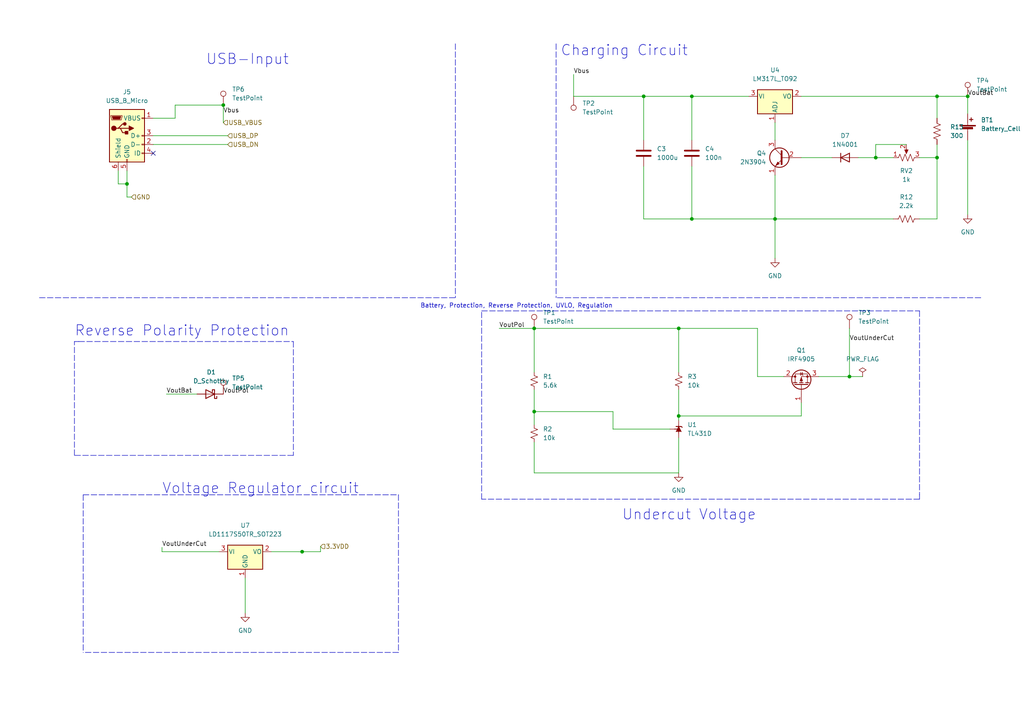
<source format=kicad_sch>
(kicad_sch (version 20211123) (generator eeschema)

  (uuid 00318b70-98db-4150-aae9-0fe9db9b4f56)

  (paper "A4")

  (title_block
    (title "Power Management Module")
    (date "2022-03-11")
    (rev "v2")
    (company "University of Cape Town")
    (comment 1 "Author: Lutendo Mulaisi")
  )

  (lib_symbols
    (symbol "Connector:TestPoint" (pin_numbers hide) (pin_names (offset 0.762) hide) (in_bom yes) (on_board yes)
      (property "Reference" "TP" (id 0) (at 0 6.858 0)
        (effects (font (size 1.27 1.27)))
      )
      (property "Value" "TestPoint" (id 1) (at 0 5.08 0)
        (effects (font (size 1.27 1.27)))
      )
      (property "Footprint" "" (id 2) (at 5.08 0 0)
        (effects (font (size 1.27 1.27)) hide)
      )
      (property "Datasheet" "~" (id 3) (at 5.08 0 0)
        (effects (font (size 1.27 1.27)) hide)
      )
      (property "ki_keywords" "test point tp" (id 4) (at 0 0 0)
        (effects (font (size 1.27 1.27)) hide)
      )
      (property "ki_description" "test point" (id 5) (at 0 0 0)
        (effects (font (size 1.27 1.27)) hide)
      )
      (property "ki_fp_filters" "Pin* Test*" (id 6) (at 0 0 0)
        (effects (font (size 1.27 1.27)) hide)
      )
      (symbol "TestPoint_0_1"
        (circle (center 0 3.302) (radius 0.762)
          (stroke (width 0) (type default) (color 0 0 0 0))
          (fill (type none))
        )
      )
      (symbol "TestPoint_1_1"
        (pin passive line (at 0 0 90) (length 2.54)
          (name "1" (effects (font (size 1.27 1.27))))
          (number "1" (effects (font (size 1.27 1.27))))
        )
      )
    )
    (symbol "Connector:USB_B_Micro" (pin_names (offset 1.016)) (in_bom yes) (on_board yes)
      (property "Reference" "J" (id 0) (at -5.08 11.43 0)
        (effects (font (size 1.27 1.27)) (justify left))
      )
      (property "Value" "USB_B_Micro" (id 1) (at -5.08 8.89 0)
        (effects (font (size 1.27 1.27)) (justify left))
      )
      (property "Footprint" "" (id 2) (at 3.81 -1.27 0)
        (effects (font (size 1.27 1.27)) hide)
      )
      (property "Datasheet" "~" (id 3) (at 3.81 -1.27 0)
        (effects (font (size 1.27 1.27)) hide)
      )
      (property "ki_keywords" "connector USB micro" (id 4) (at 0 0 0)
        (effects (font (size 1.27 1.27)) hide)
      )
      (property "ki_description" "USB Micro Type B connector" (id 5) (at 0 0 0)
        (effects (font (size 1.27 1.27)) hide)
      )
      (property "ki_fp_filters" "USB*" (id 6) (at 0 0 0)
        (effects (font (size 1.27 1.27)) hide)
      )
      (symbol "USB_B_Micro_0_1"
        (rectangle (start -5.08 -7.62) (end 5.08 7.62)
          (stroke (width 0.254) (type default) (color 0 0 0 0))
          (fill (type background))
        )
        (circle (center -3.81 2.159) (radius 0.635)
          (stroke (width 0.254) (type default) (color 0 0 0 0))
          (fill (type outline))
        )
        (circle (center -0.635 3.429) (radius 0.381)
          (stroke (width 0.254) (type default) (color 0 0 0 0))
          (fill (type outline))
        )
        (rectangle (start -0.127 -7.62) (end 0.127 -6.858)
          (stroke (width 0) (type default) (color 0 0 0 0))
          (fill (type none))
        )
        (polyline
          (pts
            (xy -1.905 2.159)
            (xy 0.635 2.159)
          )
          (stroke (width 0.254) (type default) (color 0 0 0 0))
          (fill (type none))
        )
        (polyline
          (pts
            (xy -3.175 2.159)
            (xy -2.54 2.159)
            (xy -1.27 3.429)
            (xy -0.635 3.429)
          )
          (stroke (width 0.254) (type default) (color 0 0 0 0))
          (fill (type none))
        )
        (polyline
          (pts
            (xy -2.54 2.159)
            (xy -1.905 2.159)
            (xy -1.27 0.889)
            (xy 0 0.889)
          )
          (stroke (width 0.254) (type default) (color 0 0 0 0))
          (fill (type none))
        )
        (polyline
          (pts
            (xy 0.635 2.794)
            (xy 0.635 1.524)
            (xy 1.905 2.159)
            (xy 0.635 2.794)
          )
          (stroke (width 0.254) (type default) (color 0 0 0 0))
          (fill (type outline))
        )
        (polyline
          (pts
            (xy -4.318 5.588)
            (xy -1.778 5.588)
            (xy -2.032 4.826)
            (xy -4.064 4.826)
            (xy -4.318 5.588)
          )
          (stroke (width 0) (type default) (color 0 0 0 0))
          (fill (type outline))
        )
        (polyline
          (pts
            (xy -4.699 5.842)
            (xy -4.699 5.588)
            (xy -4.445 4.826)
            (xy -4.445 4.572)
            (xy -1.651 4.572)
            (xy -1.651 4.826)
            (xy -1.397 5.588)
            (xy -1.397 5.842)
            (xy -4.699 5.842)
          )
          (stroke (width 0) (type default) (color 0 0 0 0))
          (fill (type none))
        )
        (rectangle (start 0.254 1.27) (end -0.508 0.508)
          (stroke (width 0.254) (type default) (color 0 0 0 0))
          (fill (type outline))
        )
        (rectangle (start 5.08 -5.207) (end 4.318 -4.953)
          (stroke (width 0) (type default) (color 0 0 0 0))
          (fill (type none))
        )
        (rectangle (start 5.08 -2.667) (end 4.318 -2.413)
          (stroke (width 0) (type default) (color 0 0 0 0))
          (fill (type none))
        )
        (rectangle (start 5.08 -0.127) (end 4.318 0.127)
          (stroke (width 0) (type default) (color 0 0 0 0))
          (fill (type none))
        )
        (rectangle (start 5.08 4.953) (end 4.318 5.207)
          (stroke (width 0) (type default) (color 0 0 0 0))
          (fill (type none))
        )
      )
      (symbol "USB_B_Micro_1_1"
        (pin power_out line (at 7.62 5.08 180) (length 2.54)
          (name "VBUS" (effects (font (size 1.27 1.27))))
          (number "1" (effects (font (size 1.27 1.27))))
        )
        (pin bidirectional line (at 7.62 -2.54 180) (length 2.54)
          (name "D-" (effects (font (size 1.27 1.27))))
          (number "2" (effects (font (size 1.27 1.27))))
        )
        (pin bidirectional line (at 7.62 0 180) (length 2.54)
          (name "D+" (effects (font (size 1.27 1.27))))
          (number "3" (effects (font (size 1.27 1.27))))
        )
        (pin passive line (at 7.62 -5.08 180) (length 2.54)
          (name "ID" (effects (font (size 1.27 1.27))))
          (number "4" (effects (font (size 1.27 1.27))))
        )
        (pin power_out line (at 0 -10.16 90) (length 2.54)
          (name "GND" (effects (font (size 1.27 1.27))))
          (number "5" (effects (font (size 1.27 1.27))))
        )
        (pin passive line (at -2.54 -10.16 90) (length 2.54)
          (name "Shield" (effects (font (size 1.27 1.27))))
          (number "6" (effects (font (size 1.27 1.27))))
        )
      )
    )
    (symbol "Device:Battery_Cell" (pin_numbers hide) (pin_names (offset 0) hide) (in_bom yes) (on_board yes)
      (property "Reference" "BT" (id 0) (at 2.54 2.54 0)
        (effects (font (size 1.27 1.27)) (justify left))
      )
      (property "Value" "Battery_Cell" (id 1) (at 2.54 0 0)
        (effects (font (size 1.27 1.27)) (justify left))
      )
      (property "Footprint" "" (id 2) (at 0 1.524 90)
        (effects (font (size 1.27 1.27)) hide)
      )
      (property "Datasheet" "~" (id 3) (at 0 1.524 90)
        (effects (font (size 1.27 1.27)) hide)
      )
      (property "ki_keywords" "battery cell" (id 4) (at 0 0 0)
        (effects (font (size 1.27 1.27)) hide)
      )
      (property "ki_description" "Single-cell battery" (id 5) (at 0 0 0)
        (effects (font (size 1.27 1.27)) hide)
      )
      (symbol "Battery_Cell_0_1"
        (rectangle (start -2.286 1.778) (end 2.286 1.524)
          (stroke (width 0) (type default) (color 0 0 0 0))
          (fill (type outline))
        )
        (rectangle (start -1.5748 1.1938) (end 1.4732 0.6858)
          (stroke (width 0) (type default) (color 0 0 0 0))
          (fill (type outline))
        )
        (polyline
          (pts
            (xy 0 0.762)
            (xy 0 0)
          )
          (stroke (width 0) (type default) (color 0 0 0 0))
          (fill (type none))
        )
        (polyline
          (pts
            (xy 0 1.778)
            (xy 0 2.54)
          )
          (stroke (width 0) (type default) (color 0 0 0 0))
          (fill (type none))
        )
        (polyline
          (pts
            (xy 0.508 3.429)
            (xy 1.524 3.429)
          )
          (stroke (width 0.254) (type default) (color 0 0 0 0))
          (fill (type none))
        )
        (polyline
          (pts
            (xy 1.016 3.937)
            (xy 1.016 2.921)
          )
          (stroke (width 0.254) (type default) (color 0 0 0 0))
          (fill (type none))
        )
      )
      (symbol "Battery_Cell_1_1"
        (pin passive line (at 0 5.08 270) (length 2.54)
          (name "+" (effects (font (size 1.27 1.27))))
          (number "1" (effects (font (size 1.27 1.27))))
        )
        (pin passive line (at 0 -2.54 90) (length 2.54)
          (name "-" (effects (font (size 1.27 1.27))))
          (number "2" (effects (font (size 1.27 1.27))))
        )
      )
    )
    (symbol "Device:C" (pin_numbers hide) (pin_names (offset 0.254)) (in_bom yes) (on_board yes)
      (property "Reference" "C" (id 0) (at 0.635 2.54 0)
        (effects (font (size 1.27 1.27)) (justify left))
      )
      (property "Value" "C" (id 1) (at 0.635 -2.54 0)
        (effects (font (size 1.27 1.27)) (justify left))
      )
      (property "Footprint" "" (id 2) (at 0.9652 -3.81 0)
        (effects (font (size 1.27 1.27)) hide)
      )
      (property "Datasheet" "~" (id 3) (at 0 0 0)
        (effects (font (size 1.27 1.27)) hide)
      )
      (property "ki_keywords" "cap capacitor" (id 4) (at 0 0 0)
        (effects (font (size 1.27 1.27)) hide)
      )
      (property "ki_description" "Unpolarized capacitor" (id 5) (at 0 0 0)
        (effects (font (size 1.27 1.27)) hide)
      )
      (property "ki_fp_filters" "C_*" (id 6) (at 0 0 0)
        (effects (font (size 1.27 1.27)) hide)
      )
      (symbol "C_0_1"
        (polyline
          (pts
            (xy -2.032 -0.762)
            (xy 2.032 -0.762)
          )
          (stroke (width 0.508) (type default) (color 0 0 0 0))
          (fill (type none))
        )
        (polyline
          (pts
            (xy -2.032 0.762)
            (xy 2.032 0.762)
          )
          (stroke (width 0.508) (type default) (color 0 0 0 0))
          (fill (type none))
        )
      )
      (symbol "C_1_1"
        (pin passive line (at 0 3.81 270) (length 2.794)
          (name "~" (effects (font (size 1.27 1.27))))
          (number "1" (effects (font (size 1.27 1.27))))
        )
        (pin passive line (at 0 -3.81 90) (length 2.794)
          (name "~" (effects (font (size 1.27 1.27))))
          (number "2" (effects (font (size 1.27 1.27))))
        )
      )
    )
    (symbol "Device:D_Schottky" (pin_numbers hide) (pin_names (offset 1.016) hide) (in_bom yes) (on_board yes)
      (property "Reference" "D" (id 0) (at 0 2.54 0)
        (effects (font (size 1.27 1.27)))
      )
      (property "Value" "D_Schottky" (id 1) (at 0 -2.54 0)
        (effects (font (size 1.27 1.27)))
      )
      (property "Footprint" "" (id 2) (at 0 0 0)
        (effects (font (size 1.27 1.27)) hide)
      )
      (property "Datasheet" "~" (id 3) (at 0 0 0)
        (effects (font (size 1.27 1.27)) hide)
      )
      (property "ki_keywords" "diode Schottky" (id 4) (at 0 0 0)
        (effects (font (size 1.27 1.27)) hide)
      )
      (property "ki_description" "Schottky diode" (id 5) (at 0 0 0)
        (effects (font (size 1.27 1.27)) hide)
      )
      (property "ki_fp_filters" "TO-???* *_Diode_* *SingleDiode* D_*" (id 6) (at 0 0 0)
        (effects (font (size 1.27 1.27)) hide)
      )
      (symbol "D_Schottky_0_1"
        (polyline
          (pts
            (xy 1.27 0)
            (xy -1.27 0)
          )
          (stroke (width 0) (type default) (color 0 0 0 0))
          (fill (type none))
        )
        (polyline
          (pts
            (xy 1.27 1.27)
            (xy 1.27 -1.27)
            (xy -1.27 0)
            (xy 1.27 1.27)
          )
          (stroke (width 0.254) (type default) (color 0 0 0 0))
          (fill (type none))
        )
        (polyline
          (pts
            (xy -1.905 0.635)
            (xy -1.905 1.27)
            (xy -1.27 1.27)
            (xy -1.27 -1.27)
            (xy -0.635 -1.27)
            (xy -0.635 -0.635)
          )
          (stroke (width 0.254) (type default) (color 0 0 0 0))
          (fill (type none))
        )
      )
      (symbol "D_Schottky_1_1"
        (pin passive line (at -3.81 0 0) (length 2.54)
          (name "K" (effects (font (size 1.27 1.27))))
          (number "1" (effects (font (size 1.27 1.27))))
        )
        (pin passive line (at 3.81 0 180) (length 2.54)
          (name "A" (effects (font (size 1.27 1.27))))
          (number "2" (effects (font (size 1.27 1.27))))
        )
      )
    )
    (symbol "Device:R_Potentiometer_US" (pin_names (offset 1.016) hide) (in_bom yes) (on_board yes)
      (property "Reference" "RV" (id 0) (at -4.445 0 90)
        (effects (font (size 1.27 1.27)))
      )
      (property "Value" "R_Potentiometer_US" (id 1) (at -2.54 0 90)
        (effects (font (size 1.27 1.27)))
      )
      (property "Footprint" "" (id 2) (at 0 0 0)
        (effects (font (size 1.27 1.27)) hide)
      )
      (property "Datasheet" "~" (id 3) (at 0 0 0)
        (effects (font (size 1.27 1.27)) hide)
      )
      (property "ki_keywords" "resistor variable" (id 4) (at 0 0 0)
        (effects (font (size 1.27 1.27)) hide)
      )
      (property "ki_description" "Potentiometer, US symbol" (id 5) (at 0 0 0)
        (effects (font (size 1.27 1.27)) hide)
      )
      (property "ki_fp_filters" "Potentiometer*" (id 6) (at 0 0 0)
        (effects (font (size 1.27 1.27)) hide)
      )
      (symbol "R_Potentiometer_US_0_1"
        (polyline
          (pts
            (xy 0 -2.286)
            (xy 0 -2.54)
          )
          (stroke (width 0) (type default) (color 0 0 0 0))
          (fill (type none))
        )
        (polyline
          (pts
            (xy 0 2.54)
            (xy 0 2.286)
          )
          (stroke (width 0) (type default) (color 0 0 0 0))
          (fill (type none))
        )
        (polyline
          (pts
            (xy 2.54 0)
            (xy 1.524 0)
          )
          (stroke (width 0) (type default) (color 0 0 0 0))
          (fill (type none))
        )
        (polyline
          (pts
            (xy 1.143 0)
            (xy 2.286 0.508)
            (xy 2.286 -0.508)
            (xy 1.143 0)
          )
          (stroke (width 0) (type default) (color 0 0 0 0))
          (fill (type outline))
        )
        (polyline
          (pts
            (xy 0 -0.762)
            (xy 1.016 -1.143)
            (xy 0 -1.524)
            (xy -1.016 -1.905)
            (xy 0 -2.286)
          )
          (stroke (width 0) (type default) (color 0 0 0 0))
          (fill (type none))
        )
        (polyline
          (pts
            (xy 0 0.762)
            (xy 1.016 0.381)
            (xy 0 0)
            (xy -1.016 -0.381)
            (xy 0 -0.762)
          )
          (stroke (width 0) (type default) (color 0 0 0 0))
          (fill (type none))
        )
        (polyline
          (pts
            (xy 0 2.286)
            (xy 1.016 1.905)
            (xy 0 1.524)
            (xy -1.016 1.143)
            (xy 0 0.762)
          )
          (stroke (width 0) (type default) (color 0 0 0 0))
          (fill (type none))
        )
      )
      (symbol "R_Potentiometer_US_1_1"
        (pin passive line (at 0 3.81 270) (length 1.27)
          (name "1" (effects (font (size 1.27 1.27))))
          (number "1" (effects (font (size 1.27 1.27))))
        )
        (pin passive line (at 3.81 0 180) (length 1.27)
          (name "2" (effects (font (size 1.27 1.27))))
          (number "2" (effects (font (size 1.27 1.27))))
        )
        (pin passive line (at 0 -3.81 90) (length 1.27)
          (name "3" (effects (font (size 1.27 1.27))))
          (number "3" (effects (font (size 1.27 1.27))))
        )
      )
    )
    (symbol "Device:R_Small_US" (pin_numbers hide) (pin_names (offset 0.254) hide) (in_bom yes) (on_board yes)
      (property "Reference" "R" (id 0) (at 0.762 0.508 0)
        (effects (font (size 1.27 1.27)) (justify left))
      )
      (property "Value" "R_Small_US" (id 1) (at 0.762 -1.016 0)
        (effects (font (size 1.27 1.27)) (justify left))
      )
      (property "Footprint" "" (id 2) (at 0 0 0)
        (effects (font (size 1.27 1.27)) hide)
      )
      (property "Datasheet" "~" (id 3) (at 0 0 0)
        (effects (font (size 1.27 1.27)) hide)
      )
      (property "ki_keywords" "r resistor" (id 4) (at 0 0 0)
        (effects (font (size 1.27 1.27)) hide)
      )
      (property "ki_description" "Resistor, small US symbol" (id 5) (at 0 0 0)
        (effects (font (size 1.27 1.27)) hide)
      )
      (property "ki_fp_filters" "R_*" (id 6) (at 0 0 0)
        (effects (font (size 1.27 1.27)) hide)
      )
      (symbol "R_Small_US_1_1"
        (polyline
          (pts
            (xy 0 0)
            (xy 1.016 -0.381)
            (xy 0 -0.762)
            (xy -1.016 -1.143)
            (xy 0 -1.524)
          )
          (stroke (width 0) (type default) (color 0 0 0 0))
          (fill (type none))
        )
        (polyline
          (pts
            (xy 0 1.524)
            (xy 1.016 1.143)
            (xy 0 0.762)
            (xy -1.016 0.381)
            (xy 0 0)
          )
          (stroke (width 0) (type default) (color 0 0 0 0))
          (fill (type none))
        )
        (pin passive line (at 0 2.54 270) (length 1.016)
          (name "~" (effects (font (size 1.27 1.27))))
          (number "1" (effects (font (size 1.27 1.27))))
        )
        (pin passive line (at 0 -2.54 90) (length 1.016)
          (name "~" (effects (font (size 1.27 1.27))))
          (number "2" (effects (font (size 1.27 1.27))))
        )
      )
    )
    (symbol "Device:R_US" (pin_numbers hide) (pin_names (offset 0)) (in_bom yes) (on_board yes)
      (property "Reference" "R" (id 0) (at 2.54 0 90)
        (effects (font (size 1.27 1.27)))
      )
      (property "Value" "R_US" (id 1) (at -2.54 0 90)
        (effects (font (size 1.27 1.27)))
      )
      (property "Footprint" "" (id 2) (at 1.016 -0.254 90)
        (effects (font (size 1.27 1.27)) hide)
      )
      (property "Datasheet" "~" (id 3) (at 0 0 0)
        (effects (font (size 1.27 1.27)) hide)
      )
      (property "ki_keywords" "R res resistor" (id 4) (at 0 0 0)
        (effects (font (size 1.27 1.27)) hide)
      )
      (property "ki_description" "Resistor, US symbol" (id 5) (at 0 0 0)
        (effects (font (size 1.27 1.27)) hide)
      )
      (property "ki_fp_filters" "R_*" (id 6) (at 0 0 0)
        (effects (font (size 1.27 1.27)) hide)
      )
      (symbol "R_US_0_1"
        (polyline
          (pts
            (xy 0 -2.286)
            (xy 0 -2.54)
          )
          (stroke (width 0) (type default) (color 0 0 0 0))
          (fill (type none))
        )
        (polyline
          (pts
            (xy 0 2.286)
            (xy 0 2.54)
          )
          (stroke (width 0) (type default) (color 0 0 0 0))
          (fill (type none))
        )
        (polyline
          (pts
            (xy 0 -0.762)
            (xy 1.016 -1.143)
            (xy 0 -1.524)
            (xy -1.016 -1.905)
            (xy 0 -2.286)
          )
          (stroke (width 0) (type default) (color 0 0 0 0))
          (fill (type none))
        )
        (polyline
          (pts
            (xy 0 0.762)
            (xy 1.016 0.381)
            (xy 0 0)
            (xy -1.016 -0.381)
            (xy 0 -0.762)
          )
          (stroke (width 0) (type default) (color 0 0 0 0))
          (fill (type none))
        )
        (polyline
          (pts
            (xy 0 2.286)
            (xy 1.016 1.905)
            (xy 0 1.524)
            (xy -1.016 1.143)
            (xy 0 0.762)
          )
          (stroke (width 0) (type default) (color 0 0 0 0))
          (fill (type none))
        )
      )
      (symbol "R_US_1_1"
        (pin passive line (at 0 3.81 270) (length 1.27)
          (name "~" (effects (font (size 1.27 1.27))))
          (number "1" (effects (font (size 1.27 1.27))))
        )
        (pin passive line (at 0 -3.81 90) (length 1.27)
          (name "~" (effects (font (size 1.27 1.27))))
          (number "2" (effects (font (size 1.27 1.27))))
        )
      )
    )
    (symbol "Diode:1N4001" (pin_numbers hide) (pin_names (offset 1.016) hide) (in_bom yes) (on_board yes)
      (property "Reference" "D" (id 0) (at 0 2.54 0)
        (effects (font (size 1.27 1.27)))
      )
      (property "Value" "1N4001" (id 1) (at 0 -2.54 0)
        (effects (font (size 1.27 1.27)))
      )
      (property "Footprint" "Diode_THT:D_DO-41_SOD81_P10.16mm_Horizontal" (id 2) (at 0 -4.445 0)
        (effects (font (size 1.27 1.27)) hide)
      )
      (property "Datasheet" "http://www.vishay.com/docs/88503/1n4001.pdf" (id 3) (at 0 0 0)
        (effects (font (size 1.27 1.27)) hide)
      )
      (property "ki_keywords" "diode" (id 4) (at 0 0 0)
        (effects (font (size 1.27 1.27)) hide)
      )
      (property "ki_description" "50V 1A General Purpose Rectifier Diode, DO-41" (id 5) (at 0 0 0)
        (effects (font (size 1.27 1.27)) hide)
      )
      (property "ki_fp_filters" "D*DO?41*" (id 6) (at 0 0 0)
        (effects (font (size 1.27 1.27)) hide)
      )
      (symbol "1N4001_0_1"
        (polyline
          (pts
            (xy -1.27 1.27)
            (xy -1.27 -1.27)
          )
          (stroke (width 0.254) (type default) (color 0 0 0 0))
          (fill (type none))
        )
        (polyline
          (pts
            (xy 1.27 0)
            (xy -1.27 0)
          )
          (stroke (width 0) (type default) (color 0 0 0 0))
          (fill (type none))
        )
        (polyline
          (pts
            (xy 1.27 1.27)
            (xy 1.27 -1.27)
            (xy -1.27 0)
            (xy 1.27 1.27)
          )
          (stroke (width 0.254) (type default) (color 0 0 0 0))
          (fill (type none))
        )
      )
      (symbol "1N4001_1_1"
        (pin passive line (at -3.81 0 0) (length 2.54)
          (name "K" (effects (font (size 1.27 1.27))))
          (number "1" (effects (font (size 1.27 1.27))))
        )
        (pin passive line (at 3.81 0 180) (length 2.54)
          (name "A" (effects (font (size 1.27 1.27))))
          (number "2" (effects (font (size 1.27 1.27))))
        )
      )
    )
    (symbol "Reference_Voltage:TL431D" (pin_numbers hide) (pin_names hide) (in_bom yes) (on_board yes)
      (property "Reference" "U" (id 0) (at 0 -2.54 0)
        (effects (font (size 1.27 1.27)))
      )
      (property "Value" "TL431D" (id 1) (at 0 -4.445 0)
        (effects (font (size 1.27 1.27)))
      )
      (property "Footprint" "Package_SO:SOIC-8_3.9x4.9mm_P1.27mm" (id 2) (at 0 -6.35 0)
        (effects (font (size 1.27 1.27) italic) hide)
      )
      (property "Datasheet" "http://www.ti.com/lit/ds/symlink/tl431.pdf" (id 3) (at 0 0 0)
        (effects (font (size 1.27 1.27) italic) hide)
      )
      (property "ki_keywords" "diode device shunt regulator" (id 4) (at 0 0 0)
        (effects (font (size 1.27 1.27)) hide)
      )
      (property "ki_description" "Shunt Regulator, SO-8" (id 5) (at 0 0 0)
        (effects (font (size 1.27 1.27)) hide)
      )
      (property "ki_fp_filters" "SOIC?8*3.9x4.9mm*P1.27mm*" (id 6) (at 0 0 0)
        (effects (font (size 1.27 1.27)) hide)
      )
      (symbol "TL431D_0_1"
        (polyline
          (pts
            (xy -1.27 0)
            (xy 0 0)
            (xy 1.27 0)
          )
          (stroke (width 0) (type default) (color 0 0 0 0))
          (fill (type none))
        )
        (polyline
          (pts
            (xy -0.762 0.762)
            (xy 0.762 0)
            (xy -0.762 -0.762)
          )
          (stroke (width 0) (type default) (color 0 0 0 0))
          (fill (type outline))
        )
        (polyline
          (pts
            (xy 0.508 -1.016)
            (xy 0.762 -0.762)
            (xy 0.762 0.762)
            (xy 0.762 0.762)
          )
          (stroke (width 0.254) (type default) (color 0 0 0 0))
          (fill (type none))
        )
      )
      (symbol "TL431D_1_1"
        (polyline
          (pts
            (xy 0 1.27)
            (xy 0 0)
          )
          (stroke (width 0) (type default) (color 0 0 0 0))
          (fill (type none))
        )
        (pin passive line (at 2.54 0 180) (length 2.54)
          (name "K" (effects (font (size 1.27 1.27))))
          (number "1" (effects (font (size 1.27 1.27))))
        )
        (pin passive line (at -2.54 0 0) (length 2.54)
          (name "A" (effects (font (size 1.27 1.27))))
          (number "2" (effects (font (size 1.27 1.27))))
        )
        (pin passive line (at -2.54 0 0) (length 2.54) hide
          (name "A" (effects (font (size 1.27 1.27))))
          (number "3" (effects (font (size 1.27 1.27))))
        )
        (pin passive line (at -2.54 0 0) (length 2.54) hide
          (name "A" (effects (font (size 1.27 1.27))))
          (number "6" (effects (font (size 1.27 1.27))))
        )
        (pin passive line (at -2.54 0 0) (length 2.54) hide
          (name "A" (effects (font (size 1.27 1.27))))
          (number "7" (effects (font (size 1.27 1.27))))
        )
        (pin passive line (at 0 2.54 270) (length 2.54)
          (name "REF" (effects (font (size 1.27 1.27))))
          (number "8" (effects (font (size 1.27 1.27))))
        )
      )
    )
    (symbol "Regulator_Linear:LD1117S50TR_SOT223" (pin_names (offset 0.254)) (in_bom yes) (on_board yes)
      (property "Reference" "U" (id 0) (at -3.81 3.175 0)
        (effects (font (size 1.27 1.27)))
      )
      (property "Value" "LD1117S50TR_SOT223" (id 1) (at 0 3.175 0)
        (effects (font (size 1.27 1.27)) (justify left))
      )
      (property "Footprint" "Package_TO_SOT_SMD:SOT-223-3_TabPin2" (id 2) (at 0 5.08 0)
        (effects (font (size 1.27 1.27)) hide)
      )
      (property "Datasheet" "http://www.st.com/st-web-ui/static/active/en/resource/technical/document/datasheet/CD00000544.pdf" (id 3) (at 2.54 -6.35 0)
        (effects (font (size 1.27 1.27)) hide)
      )
      (property "ki_keywords" "REGULATOR LDO 5.0V" (id 4) (at 0 0 0)
        (effects (font (size 1.27 1.27)) hide)
      )
      (property "ki_description" "800mA Fixed Low Drop Positive Voltage Regulator, Fixed Output 5.0V, SOT-223" (id 5) (at 0 0 0)
        (effects (font (size 1.27 1.27)) hide)
      )
      (property "ki_fp_filters" "SOT?223*TabPin2*" (id 6) (at 0 0 0)
        (effects (font (size 1.27 1.27)) hide)
      )
      (symbol "LD1117S50TR_SOT223_0_1"
        (rectangle (start -5.08 -5.08) (end 5.08 1.905)
          (stroke (width 0.254) (type default) (color 0 0 0 0))
          (fill (type background))
        )
      )
      (symbol "LD1117S50TR_SOT223_1_1"
        (pin power_in line (at 0 -7.62 90) (length 2.54)
          (name "GND" (effects (font (size 1.27 1.27))))
          (number "1" (effects (font (size 1.27 1.27))))
        )
        (pin power_out line (at 7.62 0 180) (length 2.54)
          (name "VO" (effects (font (size 1.27 1.27))))
          (number "2" (effects (font (size 1.27 1.27))))
        )
        (pin power_in line (at -7.62 0 0) (length 2.54)
          (name "VI" (effects (font (size 1.27 1.27))))
          (number "3" (effects (font (size 1.27 1.27))))
        )
      )
    )
    (symbol "Regulator_Linear:LM317L_TO92" (pin_names (offset 0.254)) (in_bom yes) (on_board yes)
      (property "Reference" "U" (id 0) (at -3.81 3.175 0)
        (effects (font (size 1.27 1.27)))
      )
      (property "Value" "LM317L_TO92" (id 1) (at 0 3.175 0)
        (effects (font (size 1.27 1.27)) (justify left))
      )
      (property "Footprint" "Package_TO_SOT_THT:TO-92_Inline" (id 2) (at 0 5.715 0)
        (effects (font (size 1.27 1.27) italic) hide)
      )
      (property "Datasheet" "http://www.ti.com/lit/ds/snvs775k/snvs775k.pdf" (id 3) (at 0 0 0)
        (effects (font (size 1.27 1.27)) hide)
      )
      (property "ki_keywords" "Adjustable Voltage Regulator 100mA Positive" (id 4) (at 0 0 0)
        (effects (font (size 1.27 1.27)) hide)
      )
      (property "ki_description" "100mA 35V Adjustable Linear Regulator, TO-92" (id 5) (at 0 0 0)
        (effects (font (size 1.27 1.27)) hide)
      )
      (property "ki_fp_filters" "TO?92*" (id 6) (at 0 0 0)
        (effects (font (size 1.27 1.27)) hide)
      )
      (symbol "LM317L_TO92_0_1"
        (rectangle (start -5.08 1.905) (end 5.08 -5.08)
          (stroke (width 0.254) (type default) (color 0 0 0 0))
          (fill (type background))
        )
      )
      (symbol "LM317L_TO92_1_1"
        (pin input line (at 0 -7.62 90) (length 2.54)
          (name "ADJ" (effects (font (size 1.27 1.27))))
          (number "1" (effects (font (size 1.27 1.27))))
        )
        (pin power_out line (at 7.62 0 180) (length 2.54)
          (name "VO" (effects (font (size 1.27 1.27))))
          (number "2" (effects (font (size 1.27 1.27))))
        )
        (pin power_in line (at -7.62 0 0) (length 2.54)
          (name "VI" (effects (font (size 1.27 1.27))))
          (number "3" (effects (font (size 1.27 1.27))))
        )
      )
    )
    (symbol "Transistor_BJT:2N3904" (pin_names (offset 0) hide) (in_bom yes) (on_board yes)
      (property "Reference" "Q" (id 0) (at 5.08 1.905 0)
        (effects (font (size 1.27 1.27)) (justify left))
      )
      (property "Value" "2N3904" (id 1) (at 5.08 0 0)
        (effects (font (size 1.27 1.27)) (justify left))
      )
      (property "Footprint" "Package_TO_SOT_THT:TO-92_Inline" (id 2) (at 5.08 -1.905 0)
        (effects (font (size 1.27 1.27) italic) (justify left) hide)
      )
      (property "Datasheet" "https://www.onsemi.com/pub/Collateral/2N3903-D.PDF" (id 3) (at 0 0 0)
        (effects (font (size 1.27 1.27)) (justify left) hide)
      )
      (property "ki_keywords" "NPN Transistor" (id 4) (at 0 0 0)
        (effects (font (size 1.27 1.27)) hide)
      )
      (property "ki_description" "0.2A Ic, 40V Vce, Small Signal NPN Transistor, TO-92" (id 5) (at 0 0 0)
        (effects (font (size 1.27 1.27)) hide)
      )
      (property "ki_fp_filters" "TO?92*" (id 6) (at 0 0 0)
        (effects (font (size 1.27 1.27)) hide)
      )
      (symbol "2N3904_0_1"
        (polyline
          (pts
            (xy 0.635 0.635)
            (xy 2.54 2.54)
          )
          (stroke (width 0) (type default) (color 0 0 0 0))
          (fill (type none))
        )
        (polyline
          (pts
            (xy 0.635 -0.635)
            (xy 2.54 -2.54)
            (xy 2.54 -2.54)
          )
          (stroke (width 0) (type default) (color 0 0 0 0))
          (fill (type none))
        )
        (polyline
          (pts
            (xy 0.635 1.905)
            (xy 0.635 -1.905)
            (xy 0.635 -1.905)
          )
          (stroke (width 0.508) (type default) (color 0 0 0 0))
          (fill (type none))
        )
        (polyline
          (pts
            (xy 1.27 -1.778)
            (xy 1.778 -1.27)
            (xy 2.286 -2.286)
            (xy 1.27 -1.778)
            (xy 1.27 -1.778)
          )
          (stroke (width 0) (type default) (color 0 0 0 0))
          (fill (type outline))
        )
        (circle (center 1.27 0) (radius 2.8194)
          (stroke (width 0.254) (type default) (color 0 0 0 0))
          (fill (type none))
        )
      )
      (symbol "2N3904_1_1"
        (pin passive line (at 2.54 -5.08 90) (length 2.54)
          (name "E" (effects (font (size 1.27 1.27))))
          (number "1" (effects (font (size 1.27 1.27))))
        )
        (pin passive line (at -5.08 0 0) (length 5.715)
          (name "B" (effects (font (size 1.27 1.27))))
          (number "2" (effects (font (size 1.27 1.27))))
        )
        (pin passive line (at 2.54 5.08 270) (length 2.54)
          (name "C" (effects (font (size 1.27 1.27))))
          (number "3" (effects (font (size 1.27 1.27))))
        )
      )
    )
    (symbol "Transistor_FET:IRF4905" (pin_names hide) (in_bom yes) (on_board yes)
      (property "Reference" "Q" (id 0) (at 5.08 1.905 0)
        (effects (font (size 1.27 1.27)) (justify left))
      )
      (property "Value" "IRF4905" (id 1) (at 5.08 0 0)
        (effects (font (size 1.27 1.27)) (justify left))
      )
      (property "Footprint" "Package_TO_SOT_THT:TO-220-3_Vertical" (id 2) (at 5.08 -1.905 0)
        (effects (font (size 1.27 1.27) italic) (justify left) hide)
      )
      (property "Datasheet" "http://www.infineon.com/dgdl/irf4905.pdf?fileId=5546d462533600a4015355e32165197c" (id 3) (at 0 0 0)
        (effects (font (size 1.27 1.27)) (justify left) hide)
      )
      (property "ki_keywords" "Single P-Channel HEXFET Power MOSFET" (id 4) (at 0 0 0)
        (effects (font (size 1.27 1.27)) hide)
      )
      (property "ki_description" "-74A Id, -55V Vds, Single P-Channel HEXFET Power MOSFET, 20mOhm Ron, TO-220AB" (id 5) (at 0 0 0)
        (effects (font (size 1.27 1.27)) hide)
      )
      (property "ki_fp_filters" "TO?220*" (id 6) (at 0 0 0)
        (effects (font (size 1.27 1.27)) hide)
      )
      (symbol "IRF4905_0_1"
        (polyline
          (pts
            (xy 0.254 0)
            (xy -2.54 0)
          )
          (stroke (width 0) (type default) (color 0 0 0 0))
          (fill (type none))
        )
        (polyline
          (pts
            (xy 0.254 1.905)
            (xy 0.254 -1.905)
          )
          (stroke (width 0.254) (type default) (color 0 0 0 0))
          (fill (type none))
        )
        (polyline
          (pts
            (xy 0.762 -1.27)
            (xy 0.762 -2.286)
          )
          (stroke (width 0.254) (type default) (color 0 0 0 0))
          (fill (type none))
        )
        (polyline
          (pts
            (xy 0.762 0.508)
            (xy 0.762 -0.508)
          )
          (stroke (width 0.254) (type default) (color 0 0 0 0))
          (fill (type none))
        )
        (polyline
          (pts
            (xy 0.762 2.286)
            (xy 0.762 1.27)
          )
          (stroke (width 0.254) (type default) (color 0 0 0 0))
          (fill (type none))
        )
        (polyline
          (pts
            (xy 2.54 2.54)
            (xy 2.54 1.778)
          )
          (stroke (width 0) (type default) (color 0 0 0 0))
          (fill (type none))
        )
        (polyline
          (pts
            (xy 2.54 -2.54)
            (xy 2.54 0)
            (xy 0.762 0)
          )
          (stroke (width 0) (type default) (color 0 0 0 0))
          (fill (type none))
        )
        (polyline
          (pts
            (xy 0.762 1.778)
            (xy 3.302 1.778)
            (xy 3.302 -1.778)
            (xy 0.762 -1.778)
          )
          (stroke (width 0) (type default) (color 0 0 0 0))
          (fill (type none))
        )
        (polyline
          (pts
            (xy 2.286 0)
            (xy 1.27 0.381)
            (xy 1.27 -0.381)
            (xy 2.286 0)
          )
          (stroke (width 0) (type default) (color 0 0 0 0))
          (fill (type outline))
        )
        (polyline
          (pts
            (xy 2.794 -0.508)
            (xy 2.921 -0.381)
            (xy 3.683 -0.381)
            (xy 3.81 -0.254)
          )
          (stroke (width 0) (type default) (color 0 0 0 0))
          (fill (type none))
        )
        (polyline
          (pts
            (xy 3.302 -0.381)
            (xy 2.921 0.254)
            (xy 3.683 0.254)
            (xy 3.302 -0.381)
          )
          (stroke (width 0) (type default) (color 0 0 0 0))
          (fill (type none))
        )
        (circle (center 1.651 0) (radius 2.794)
          (stroke (width 0.254) (type default) (color 0 0 0 0))
          (fill (type none))
        )
        (circle (center 2.54 -1.778) (radius 0.254)
          (stroke (width 0) (type default) (color 0 0 0 0))
          (fill (type outline))
        )
        (circle (center 2.54 1.778) (radius 0.254)
          (stroke (width 0) (type default) (color 0 0 0 0))
          (fill (type outline))
        )
      )
      (symbol "IRF4905_1_1"
        (pin input line (at -5.08 0 0) (length 2.54)
          (name "G" (effects (font (size 1.27 1.27))))
          (number "1" (effects (font (size 1.27 1.27))))
        )
        (pin passive line (at 2.54 5.08 270) (length 2.54)
          (name "D" (effects (font (size 1.27 1.27))))
          (number "2" (effects (font (size 1.27 1.27))))
        )
        (pin passive line (at 2.54 -5.08 90) (length 2.54)
          (name "S" (effects (font (size 1.27 1.27))))
          (number "3" (effects (font (size 1.27 1.27))))
        )
      )
    )
    (symbol "power:GND" (power) (pin_names (offset 0)) (in_bom yes) (on_board yes)
      (property "Reference" "#PWR" (id 0) (at 0 -6.35 0)
        (effects (font (size 1.27 1.27)) hide)
      )
      (property "Value" "GND" (id 1) (at 0 -3.81 0)
        (effects (font (size 1.27 1.27)))
      )
      (property "Footprint" "" (id 2) (at 0 0 0)
        (effects (font (size 1.27 1.27)) hide)
      )
      (property "Datasheet" "" (id 3) (at 0 0 0)
        (effects (font (size 1.27 1.27)) hide)
      )
      (property "ki_keywords" "power-flag" (id 4) (at 0 0 0)
        (effects (font (size 1.27 1.27)) hide)
      )
      (property "ki_description" "Power symbol creates a global label with name \"GND\" , ground" (id 5) (at 0 0 0)
        (effects (font (size 1.27 1.27)) hide)
      )
      (symbol "GND_0_1"
        (polyline
          (pts
            (xy 0 0)
            (xy 0 -1.27)
            (xy 1.27 -1.27)
            (xy 0 -2.54)
            (xy -1.27 -1.27)
            (xy 0 -1.27)
          )
          (stroke (width 0) (type default) (color 0 0 0 0))
          (fill (type none))
        )
      )
      (symbol "GND_1_1"
        (pin power_in line (at 0 0 270) (length 0) hide
          (name "GND" (effects (font (size 1.27 1.27))))
          (number "1" (effects (font (size 1.27 1.27))))
        )
      )
    )
    (symbol "power:PWR_FLAG" (power) (pin_numbers hide) (pin_names (offset 0) hide) (in_bom yes) (on_board yes)
      (property "Reference" "#FLG" (id 0) (at 0 1.905 0)
        (effects (font (size 1.27 1.27)) hide)
      )
      (property "Value" "PWR_FLAG" (id 1) (at 0 3.81 0)
        (effects (font (size 1.27 1.27)))
      )
      (property "Footprint" "" (id 2) (at 0 0 0)
        (effects (font (size 1.27 1.27)) hide)
      )
      (property "Datasheet" "~" (id 3) (at 0 0 0)
        (effects (font (size 1.27 1.27)) hide)
      )
      (property "ki_keywords" "power-flag" (id 4) (at 0 0 0)
        (effects (font (size 1.27 1.27)) hide)
      )
      (property "ki_description" "Special symbol for telling ERC where power comes from" (id 5) (at 0 0 0)
        (effects (font (size 1.27 1.27)) hide)
      )
      (symbol "PWR_FLAG_0_0"
        (pin power_out line (at 0 0 90) (length 0)
          (name "pwr" (effects (font (size 1.27 1.27))))
          (number "1" (effects (font (size 1.27 1.27))))
        )
      )
      (symbol "PWR_FLAG_0_1"
        (polyline
          (pts
            (xy 0 0)
            (xy 0 1.27)
            (xy -1.016 1.905)
            (xy 0 2.54)
            (xy 1.016 1.905)
            (xy 0 1.27)
          )
          (stroke (width 0) (type default) (color 0 0 0 0))
          (fill (type none))
        )
      )
    )
  )


  (junction (at 36.83 53.34) (diameter 0) (color 0 0 0 0)
    (uuid 004ce854-e20b-4774-9faa-60567d077559)
  )
  (junction (at 224.79 63.5) (diameter 0) (color 0 0 0 0)
    (uuid 08fd9629-71af-4959-9ecf-bb5532c844b4)
  )
  (junction (at 254 45.72) (diameter 0) (color 0 0 0 0)
    (uuid 141ddb6e-f012-4b64-ac5a-9305847be922)
  )
  (junction (at 200.66 27.94) (diameter 0) (color 0 0 0 0)
    (uuid 20fc102e-251e-414a-afb3-a3ec55fa7392)
  )
  (junction (at 64.77 30.48) (diameter 0) (color 0 0 0 0)
    (uuid 3c6ef711-9a5f-4cb6-9626-8fade1a72582)
  )
  (junction (at 280.67 27.94) (diameter 0) (color 0 0 0 0)
    (uuid 43711bcf-cc9a-434a-a02a-e05950106dc1)
  )
  (junction (at 154.94 95.25) (diameter 0) (color 0 0 0 0)
    (uuid 54170a7f-b7ff-4bfb-aef9-78db36b5725e)
  )
  (junction (at 87.63 160.02) (diameter 0) (color 0 0 0 0)
    (uuid 71dc7997-9acd-4260-bf79-13221bc6aeb4)
  )
  (junction (at 186.69 27.94) (diameter 0) (color 0 0 0 0)
    (uuid 8e8424f4-04cf-4407-8ca1-d88f78e90b98)
  )
  (junction (at 271.78 45.72) (diameter 0) (color 0 0 0 0)
    (uuid a4fb2d01-dee1-420e-874b-35973b5fcbbd)
  )
  (junction (at 154.94 119.38) (diameter 0) (color 0 0 0 0)
    (uuid abf27e9d-e837-4018-9e92-c98b5a8507ad)
  )
  (junction (at 200.66 63.5) (diameter 0) (color 0 0 0 0)
    (uuid b0bb1fda-df8f-4e6a-a6e7-015d5f2b1dc9)
  )
  (junction (at 196.85 120.65) (diameter 0) (color 0 0 0 0)
    (uuid c64f8292-22aa-481b-9a56-fbf019fed7da)
  )
  (junction (at 271.78 27.94) (diameter 0) (color 0 0 0 0)
    (uuid d11acd4d-67bf-4c13-b50a-a2a7976e49cf)
  )
  (junction (at 196.85 95.25) (diameter 0) (color 0 0 0 0)
    (uuid d9976bfe-205e-435c-805a-f546d7d0effb)
  )
  (junction (at 246.38 109.22) (diameter 0) (color 0 0 0 0)
    (uuid ebd521f2-3818-4e70-83ff-631abdcf5203)
  )

  (no_connect (at 44.45 44.45) (uuid 85b31907-4f46-4839-891d-127ece9e2f54))

  (wire (pts (xy 217.17 27.94) (xy 200.66 27.94))
    (stroke (width 0) (type default) (color 0 0 0 0))
    (uuid 04c50c62-f84e-46da-8cc7-54c2e1857ad5)
  )
  (wire (pts (xy 48.26 114.3) (xy 57.15 114.3))
    (stroke (width 0) (type default) (color 0 0 0 0))
    (uuid 05a06372-f081-4d5f-be6a-9e5d1ca61b64)
  )
  (wire (pts (xy 154.94 119.38) (xy 154.94 123.19))
    (stroke (width 0) (type default) (color 0 0 0 0))
    (uuid 08fdf970-eb71-4def-b37e-319c0a70cd02)
  )
  (wire (pts (xy 200.66 63.5) (xy 224.79 63.5))
    (stroke (width 0) (type default) (color 0 0 0 0))
    (uuid 093e8f2d-0f31-4850-b8bc-86fd6457d6af)
  )
  (wire (pts (xy 271.78 27.94) (xy 232.41 27.94))
    (stroke (width 0) (type default) (color 0 0 0 0))
    (uuid 0aa8ea99-716b-45f0-9b8c-d671e5443d13)
  )
  (polyline (pts (xy 132.08 12.7) (xy 132.08 86.36))
    (stroke (width 0) (type default) (color 0 0 0 0))
    (uuid 0b35d416-2ef3-43da-b21e-3b5705733789)
  )

  (wire (pts (xy 186.69 40.64) (xy 186.69 27.94))
    (stroke (width 0) (type default) (color 0 0 0 0))
    (uuid 0dbf9001-44b4-446b-b776-eae62d1ca81d)
  )
  (wire (pts (xy 271.78 34.29) (xy 271.78 27.94))
    (stroke (width 0) (type default) (color 0 0 0 0))
    (uuid 0f65c6fd-48f2-4a96-b3bd-ae7ee3abfecd)
  )
  (wire (pts (xy 44.45 34.29) (xy 50.8 34.29))
    (stroke (width 0) (type default) (color 0 0 0 0))
    (uuid 1577007b-34a4-4cde-8ca8-d3c14256d96a)
  )
  (wire (pts (xy 224.79 50.8) (xy 224.79 63.5))
    (stroke (width 0) (type default) (color 0 0 0 0))
    (uuid 19e80447-d4f7-45b4-a144-c0936d72f335)
  )
  (wire (pts (xy 154.94 95.25) (xy 154.94 107.95))
    (stroke (width 0) (type default) (color 0 0 0 0))
    (uuid 265d8a9a-54ba-478a-a6d7-54c884db09d8)
  )
  (wire (pts (xy 280.67 27.94) (xy 280.67 33.02))
    (stroke (width 0) (type default) (color 0 0 0 0))
    (uuid 288589f2-a27e-4fa5-8c6c-b4f231aecdc6)
  )
  (wire (pts (xy 196.85 120.65) (xy 232.41 120.65))
    (stroke (width 0) (type default) (color 0 0 0 0))
    (uuid 34b43264-2c5b-4f7d-bec4-8dbdce3fe913)
  )
  (wire (pts (xy 254 41.91) (xy 254 45.72))
    (stroke (width 0) (type default) (color 0 0 0 0))
    (uuid 36fd053b-43ef-4d72-beb1-7e65298fe355)
  )
  (wire (pts (xy 166.37 27.94) (xy 186.69 27.94))
    (stroke (width 0) (type default) (color 0 0 0 0))
    (uuid 3c90b4d0-9010-4787-ad47-6da11bca7418)
  )
  (polyline (pts (xy 266.7 90.17) (xy 266.7 143.51))
    (stroke (width 0) (type default) (color 0 0 0 0))
    (uuid 40602ea7-29db-4710-9169-f7bba8a7efb1)
  )

  (wire (pts (xy 154.94 113.03) (xy 154.94 119.38))
    (stroke (width 0) (type default) (color 0 0 0 0))
    (uuid 4127e1c1-8b65-4651-a839-5c5e18db8990)
  )
  (wire (pts (xy 92.964 158.496) (xy 92.964 160.02))
    (stroke (width 0) (type default) (color 0 0 0 0))
    (uuid 480c0d30-203a-4f9a-9c3c-a03b28a3b930)
  )
  (wire (pts (xy 200.66 27.94) (xy 200.66 40.64))
    (stroke (width 0) (type default) (color 0 0 0 0))
    (uuid 488af905-eab2-4a11-87c6-233ff05fb8bc)
  )
  (polyline (pts (xy 21.59 132.08) (xy 21.59 99.06))
    (stroke (width 0) (type default) (color 0 0 0 0))
    (uuid 4a6756df-0956-48b1-a055-59020a5b11c2)
  )
  (polyline (pts (xy 161.29 12.7) (xy 161.29 86.36))
    (stroke (width 0) (type default) (color 0 0 0 0))
    (uuid 4b9d9aff-3881-4ae0-ae0f-4cf8718674dd)
  )

  (wire (pts (xy 246.38 95.25) (xy 246.38 109.22))
    (stroke (width 0) (type default) (color 0 0 0 0))
    (uuid 545ec3c1-50fa-4c6b-848c-0cc86788094a)
  )
  (wire (pts (xy 232.41 45.72) (xy 241.3 45.72))
    (stroke (width 0) (type default) (color 0 0 0 0))
    (uuid 58e113b1-5764-46ae-a26c-a09c753e2956)
  )
  (wire (pts (xy 271.78 45.72) (xy 271.78 41.91))
    (stroke (width 0) (type default) (color 0 0 0 0))
    (uuid 5cc42164-4033-4b01-893b-3239a1252717)
  )
  (wire (pts (xy 262.89 41.91) (xy 254 41.91))
    (stroke (width 0) (type default) (color 0 0 0 0))
    (uuid 5e408536-1e9e-407a-821e-c0e83fe3e511)
  )
  (wire (pts (xy 166.37 21.59) (xy 166.37 27.94))
    (stroke (width 0) (type default) (color 0 0 0 0))
    (uuid 6163081d-6e3b-47c6-a34a-625765e408f3)
  )
  (polyline (pts (xy 266.7 143.51) (xy 266.7 144.78))
    (stroke (width 0) (type default) (color 0 0 0 0))
    (uuid 653308b4-f828-4e3f-9365-b284cd671332)
  )
  (polyline (pts (xy 85.09 99.06) (xy 85.09 132.08))
    (stroke (width 0) (type default) (color 0 0 0 0))
    (uuid 68253e88-4faf-40f2-b038-54be1d22b44f)
  )

  (wire (pts (xy 227.33 109.22) (xy 219.71 109.22))
    (stroke (width 0) (type default) (color 0 0 0 0))
    (uuid 68da8cc6-0765-4da4-9976-d371a52df850)
  )
  (wire (pts (xy 87.63 159.766) (xy 87.63 160.02))
    (stroke (width 0) (type default) (color 0 0 0 0))
    (uuid 6cae53f7-4ed2-48b1-a134-a34891f80b3c)
  )
  (wire (pts (xy 224.79 35.56) (xy 224.79 40.64))
    (stroke (width 0) (type default) (color 0 0 0 0))
    (uuid 6cc2a82f-9191-4061-84da-797d256b1014)
  )
  (wire (pts (xy 246.38 109.22) (xy 250.19 109.22))
    (stroke (width 0) (type default) (color 0 0 0 0))
    (uuid 71673678-f91d-4c41-a6ca-254d7211a7d8)
  )
  (wire (pts (xy 34.29 53.34) (xy 36.83 53.34))
    (stroke (width 0) (type default) (color 0 0 0 0))
    (uuid 716f2cec-f315-4fee-b35f-0539c38e7092)
  )
  (polyline (pts (xy 11.43 86.36) (xy 132.08 86.36))
    (stroke (width 0) (type default) (color 0 0 0 0))
    (uuid 71e78e2d-da1f-4d1f-bf31-ca964bf28463)
  )
  (polyline (pts (xy 139.7 90.17) (xy 266.7 90.17))
    (stroke (width 0) (type default) (color 0 0 0 0))
    (uuid 71fcb5f5-0655-47c2-ad30-5f0e6bf3ae13)
  )

  (wire (pts (xy 71.12 167.64) (xy 71.12 177.8))
    (stroke (width 0) (type default) (color 0 0 0 0))
    (uuid 751fd849-3b43-4eb4-a0cb-27fc24c5b922)
  )
  (wire (pts (xy 36.83 57.15) (xy 38.1 57.15))
    (stroke (width 0) (type default) (color 0 0 0 0))
    (uuid 7da24274-3e10-4fcb-b12a-e7dd5789ea5b)
  )
  (polyline (pts (xy 115.57 143.51) (xy 115.57 189.23))
    (stroke (width 0) (type default) (color 0 0 0 0))
    (uuid 7f0f0159-b735-4b20-adbf-08624445ed3b)
  )

  (wire (pts (xy 232.41 116.84) (xy 232.41 120.65))
    (stroke (width 0) (type default) (color 0 0 0 0))
    (uuid 8076ab80-104c-4ac9-b2da-cea8a0ac86e0)
  )
  (wire (pts (xy 219.71 109.22) (xy 219.71 95.25))
    (stroke (width 0) (type default) (color 0 0 0 0))
    (uuid 8a7742df-0533-4987-a44b-d9e7b3403c00)
  )
  (wire (pts (xy 50.8 30.48) (xy 64.77 30.48))
    (stroke (width 0) (type default) (color 0 0 0 0))
    (uuid 8c882205-781f-457e-9570-b93381c94d47)
  )
  (polyline (pts (xy 21.59 99.06) (xy 22.86 99.06))
    (stroke (width 0) (type default) (color 0 0 0 0))
    (uuid 8d18cc94-aa87-4077-a40b-a8fd15417216)
  )

  (wire (pts (xy 280.67 40.64) (xy 280.67 62.23))
    (stroke (width 0) (type default) (color 0 0 0 0))
    (uuid 8f9c014a-5b34-47e4-970d-a776fca2fb01)
  )
  (polyline (pts (xy 24.13 143.51) (xy 115.57 143.51))
    (stroke (width 0) (type default) (color 0 0 0 0))
    (uuid 95d2aaa4-9801-4640-87a8-2a8947505aa3)
  )

  (wire (pts (xy 144.78 95.25) (xy 154.94 95.25))
    (stroke (width 0) (type default) (color 0 0 0 0))
    (uuid 99d7c815-fb37-4779-9b34-420aeeacfda3)
  )
  (polyline (pts (xy 24.13 143.51) (xy 24.13 189.23))
    (stroke (width 0) (type default) (color 0 0 0 0))
    (uuid 9af8f9c8-8638-4fc3-ab00-c445ab4da3ed)
  )

  (wire (pts (xy 186.69 27.94) (xy 200.66 27.94))
    (stroke (width 0) (type default) (color 0 0 0 0))
    (uuid 9f8df7a2-2f0a-40e9-805a-c994b80b572e)
  )
  (wire (pts (xy 224.79 63.5) (xy 259.08 63.5))
    (stroke (width 0) (type default) (color 0 0 0 0))
    (uuid a1a3a10e-cc3d-4561-b680-9827bf3ea6bc)
  )
  (polyline (pts (xy 115.57 189.23) (xy 24.13 189.23))
    (stroke (width 0) (type default) (color 0 0 0 0))
    (uuid aaa88d46-09b5-4f05-a930-04cf19aab91e)
  )

  (wire (pts (xy 44.45 41.91) (xy 66.04 41.91))
    (stroke (width 0) (type default) (color 0 0 0 0))
    (uuid b7104c47-f28c-4f90-bfef-50aafd409e17)
  )
  (wire (pts (xy 177.8 124.46) (xy 177.8 119.38))
    (stroke (width 0) (type default) (color 0 0 0 0))
    (uuid b9644345-2c8d-4f54-9d32-2353cd6b3881)
  )
  (wire (pts (xy 78.74 160.02) (xy 87.63 160.02))
    (stroke (width 0) (type default) (color 0 0 0 0))
    (uuid ba025edd-a0db-48db-9ae2-86f60b742c00)
  )
  (wire (pts (xy 194.31 124.46) (xy 177.8 124.46))
    (stroke (width 0) (type default) (color 0 0 0 0))
    (uuid bd02fd25-c1e7-46df-b79d-8c6a81d8d106)
  )
  (wire (pts (xy 186.69 63.5) (xy 200.66 63.5))
    (stroke (width 0) (type default) (color 0 0 0 0))
    (uuid be585f97-f41c-4b41-b70f-7185428ee033)
  )
  (wire (pts (xy 154.94 128.27) (xy 154.94 137.16))
    (stroke (width 0) (type default) (color 0 0 0 0))
    (uuid c1258aba-489e-48ca-b1c9-ab322f2618e1)
  )
  (polyline (pts (xy 85.09 132.08) (xy 21.59 132.08))
    (stroke (width 0) (type default) (color 0 0 0 0))
    (uuid c15c2e49-1abc-47af-83bb-6f0a581e2afd)
  )

  (wire (pts (xy 46.99 160.02) (xy 46.99 158.75))
    (stroke (width 0) (type default) (color 0 0 0 0))
    (uuid c2977639-fc67-485e-8f4b-9df9ff679d33)
  )
  (wire (pts (xy 154.94 119.38) (xy 177.8 119.38))
    (stroke (width 0) (type default) (color 0 0 0 0))
    (uuid c3047df4-61aa-48e0-81ef-a99fe2035220)
  )
  (wire (pts (xy 248.92 45.72) (xy 254 45.72))
    (stroke (width 0) (type default) (color 0 0 0 0))
    (uuid c4b585c4-87cc-4740-a6fd-c97feeaedfd4)
  )
  (wire (pts (xy 196.85 95.25) (xy 196.85 107.95))
    (stroke (width 0) (type default) (color 0 0 0 0))
    (uuid c549ebc3-35ef-4bf2-b7e7-4037062e09c6)
  )
  (polyline (pts (xy 22.86 99.06) (xy 85.09 99.06))
    (stroke (width 0) (type default) (color 0 0 0 0))
    (uuid c8db2e9c-76c8-4219-9490-b5bd59e87b3f)
  )

  (wire (pts (xy 200.66 48.26) (xy 200.66 63.5))
    (stroke (width 0) (type default) (color 0 0 0 0))
    (uuid c9a9029b-fb92-407a-b1ca-df1b21a0013f)
  )
  (wire (pts (xy 63.5 160.02) (xy 46.99 160.02))
    (stroke (width 0) (type default) (color 0 0 0 0))
    (uuid cc78e973-1d07-440d-96aa-e37246162353)
  )
  (wire (pts (xy 196.85 95.25) (xy 219.71 95.25))
    (stroke (width 0) (type default) (color 0 0 0 0))
    (uuid d101abf1-d4ed-44dc-8dd9-609b10478804)
  )
  (polyline (pts (xy 284.48 86.36) (xy 161.29 86.36))
    (stroke (width 0) (type default) (color 0 0 0 0))
    (uuid d1feff21-7eba-4b15-8720-b52f55c0ca51)
  )

  (wire (pts (xy 64.77 30.48) (xy 64.77 35.56))
    (stroke (width 0) (type default) (color 0 0 0 0))
    (uuid d208cee8-14c6-412e-886f-dcd85e7569e0)
  )
  (wire (pts (xy 154.94 95.25) (xy 196.85 95.25))
    (stroke (width 0) (type default) (color 0 0 0 0))
    (uuid d66ea787-0cec-4692-8e01-863361dccc9f)
  )
  (wire (pts (xy 224.79 74.93) (xy 224.79 63.5))
    (stroke (width 0) (type default) (color 0 0 0 0))
    (uuid d7de4c12-e079-4711-a902-cd1c33c904c8)
  )
  (polyline (pts (xy 266.7 144.78) (xy 139.7 144.78))
    (stroke (width 0) (type default) (color 0 0 0 0))
    (uuid d7ff51b7-7159-4745-aade-97339aa1e017)
  )

  (wire (pts (xy 254 45.72) (xy 259.08 45.72))
    (stroke (width 0) (type default) (color 0 0 0 0))
    (uuid dc3a7c24-6eec-49b5-bf5a-c837bff78d6e)
  )
  (wire (pts (xy 44.45 39.37) (xy 66.04 39.37))
    (stroke (width 0) (type default) (color 0 0 0 0))
    (uuid dd66709b-f58f-4b44-a3a4-9cea49179937)
  )
  (wire (pts (xy 196.85 120.65) (xy 196.85 121.92))
    (stroke (width 0) (type default) (color 0 0 0 0))
    (uuid dfb1c09b-2174-48e7-a514-6abfe347ab39)
  )
  (wire (pts (xy 36.83 53.34) (xy 36.83 57.15))
    (stroke (width 0) (type default) (color 0 0 0 0))
    (uuid dfbb7cbd-5f60-442b-8018-de42e603c579)
  )
  (wire (pts (xy 271.78 27.94) (xy 280.67 27.94))
    (stroke (width 0) (type default) (color 0 0 0 0))
    (uuid e1798fb2-1529-4430-aaa6-13497fdb0fce)
  )
  (wire (pts (xy 271.78 63.5) (xy 271.78 45.72))
    (stroke (width 0) (type default) (color 0 0 0 0))
    (uuid e313718f-62ba-4168-a509-ee6dd8cb51ae)
  )
  (wire (pts (xy 196.85 127) (xy 196.85 137.16))
    (stroke (width 0) (type default) (color 0 0 0 0))
    (uuid e543416f-9337-40be-b505-7c9d8a8d547d)
  )
  (wire (pts (xy 34.29 49.53) (xy 34.29 53.34))
    (stroke (width 0) (type default) (color 0 0 0 0))
    (uuid e5a837b5-132c-4613-a340-a2044777a4a1)
  )
  (wire (pts (xy 154.94 137.16) (xy 196.85 137.16))
    (stroke (width 0) (type default) (color 0 0 0 0))
    (uuid e736b068-d227-4779-86a3-ffae4a3b61d0)
  )
  (wire (pts (xy 266.7 45.72) (xy 271.78 45.72))
    (stroke (width 0) (type default) (color 0 0 0 0))
    (uuid e7ad96c6-7ef1-4543-8e40-76b599a39d41)
  )
  (polyline (pts (xy 139.7 144.78) (xy 139.7 90.17))
    (stroke (width 0) (type default) (color 0 0 0 0))
    (uuid f12ad937-8f45-4e30-9eef-6b5f7a9649dd)
  )

  (wire (pts (xy 266.7 63.5) (xy 271.78 63.5))
    (stroke (width 0) (type default) (color 0 0 0 0))
    (uuid f2134044-3899-4cba-8e6a-472333f2636e)
  )
  (wire (pts (xy 237.49 109.22) (xy 246.38 109.22))
    (stroke (width 0) (type default) (color 0 0 0 0))
    (uuid f3b4c493-5f40-4e19-8b7a-bf81c939d9cc)
  )
  (wire (pts (xy 50.8 34.29) (xy 50.8 30.48))
    (stroke (width 0) (type default) (color 0 0 0 0))
    (uuid f68d6f81-38cb-4245-8d4c-351f33d1d8a4)
  )
  (wire (pts (xy 36.83 49.53) (xy 36.83 53.34))
    (stroke (width 0) (type default) (color 0 0 0 0))
    (uuid f7d8ba0a-6c39-4cdd-8a84-e8201729bede)
  )
  (wire (pts (xy 87.63 160.02) (xy 92.964 160.02))
    (stroke (width 0) (type default) (color 0 0 0 0))
    (uuid fa3eb923-6d2e-48e6-8577-17c87dee7b2e)
  )
  (wire (pts (xy 186.69 48.26) (xy 186.69 63.5))
    (stroke (width 0) (type default) (color 0 0 0 0))
    (uuid fce1330d-363e-4fc5-b058-41a39e6cc244)
  )
  (wire (pts (xy 196.85 113.03) (xy 196.85 120.65))
    (stroke (width 0) (type default) (color 0 0 0 0))
    (uuid fe54a2e9-09d6-4ac0-bef5-90a80ed35702)
  )

  (text "Reverse Polarity Protection" (at 21.59 97.79 0)
    (effects (font (size 3 3)) (justify left bottom))
    (uuid 1d667519-ef82-4beb-b856-4ebb9bf67a5b)
  )
  (text "USB-Input" (at 59.69 19.05 0)
    (effects (font (size 3 3)) (justify left bottom))
    (uuid 3de5b137-b7ed-4a67-a65d-5332350a142e)
  )
  (text "Undercut Voltage " (at 180.34 151.13 0)
    (effects (font (size 3 3)) (justify left bottom))
    (uuid 4aeef111-bf97-469f-92a2-309e817cff92)
  )
  (text "Voltage Regulator circuit" (at 46.99 143.51 0)
    (effects (font (size 3 3)) (justify left bottom))
    (uuid 5d5b4ab4-57de-4b1e-a5dd-c991cd66cdd3)
  )
  (text "Charging Circuit " (at 162.56 16.51 0)
    (effects (font (size 3 3)) (justify left bottom))
    (uuid 66462769-23b4-4752-8c12-21d728be199b)
  )
  (text "Battery, Protection, Reverse Protection, UVLO, Regulation"
    (at 121.92 89.535 0)
    (effects (font (size 1.27 1.27)) (justify left bottom))
    (uuid ad4d3bd1-7295-4eea-a5c5-a926366f2281)
  )

  (label "VoutUnderCut" (at 46.99 158.75 0)
    (effects (font (size 1.27 1.27)) (justify left bottom))
    (uuid 24f09498-9485-4fd1-ad52-3dfe9a243134)
  )
  (label "VoutBat" (at 280.67 27.94 0)
    (effects (font (size 1.27 1.27)) (justify left bottom))
    (uuid 2681f23c-084b-4c83-9ff9-9c514b71c236)
  )
  (label "VoutUnderCut" (at 246.38 99.06 0)
    (effects (font (size 1.27 1.27)) (justify left bottom))
    (uuid 4968e260-2d8d-4c6c-b191-892496726f0b)
  )
  (label "VoutPol" (at 64.77 114.3 0)
    (effects (font (size 1.27 1.27)) (justify left bottom))
    (uuid 5628507b-adb7-4141-9e4e-ea3a649a468c)
  )
  (label "Vbus" (at 64.77 33.02 0)
    (effects (font (size 1.27 1.27)) (justify left bottom))
    (uuid 6fcd1816-28f7-44b6-8235-00fb1ba7e30c)
  )
  (label "VoutPol" (at 144.78 95.25 0)
    (effects (font (size 1.27 1.27)) (justify left bottom))
    (uuid 7e9d8d6f-e761-4fb8-98d8-2eefd3d6986d)
  )
  (label "Vbus" (at 166.37 21.59 0)
    (effects (font (size 1.27 1.27)) (justify left bottom))
    (uuid c259a9fe-b63c-4109-bec7-47171a919ddc)
  )
  (label "VoutBat" (at 48.26 114.3 0)
    (effects (font (size 1.27 1.27)) (justify left bottom))
    (uuid e6101d47-4c17-47d7-a87d-3c081a41de98)
  )

  (hierarchical_label "GND" (shape input) (at 38.1 57.15 0)
    (effects (font (size 1.27 1.27)) (justify left))
    (uuid 207781bf-fc7a-4eac-ac80-f6b8bed2897d)
  )
  (hierarchical_label "USB_DN" (shape input) (at 66.04 41.91 0)
    (effects (font (size 1.27 1.27)) (justify left))
    (uuid 3d4a3f3d-8b1f-4e9c-937c-c166dee06163)
  )
  (hierarchical_label "USB_DP" (shape input) (at 66.04 39.37 0)
    (effects (font (size 1.27 1.27)) (justify left))
    (uuid 46a9b1d7-93b2-449b-932f-ec859e9f6e0c)
  )
  (hierarchical_label "USB_VBUS" (shape input) (at 64.77 35.56 0)
    (effects (font (size 1.27 1.27)) (justify left))
    (uuid 87dbb25b-877e-4cc2-bb5d-2c447de4d049)
  )
  (hierarchical_label "3.3VDD" (shape input) (at 92.964 158.496 0)
    (effects (font (size 1.27 1.27)) (justify left))
    (uuid 8d86a29a-33d2-4d34-a178-3f596d78931c)
  )

  (symbol (lib_id "Regulator_Linear:LD1117S50TR_SOT223") (at 71.12 160.02 0) (unit 1)
    (in_bom yes) (on_board yes) (fields_autoplaced)
    (uuid 16557af3-f5c5-470c-afd8-4096e4889e59)
    (property "Reference" "U7" (id 0) (at 71.12 152.4 0))
    (property "Value" "LD1117S50TR_SOT223" (id 1) (at 71.12 154.94 0))
    (property "Footprint" "Package_TO_SOT_SMD:SOT-223-3_TabPin2" (id 2) (at 71.12 154.94 0)
      (effects (font (size 1.27 1.27)) hide)
    )
    (property "Datasheet" "http://www.st.com/st-web-ui/static/active/en/resource/technical/document/datasheet/CD00000544.pdf" (id 3) (at 73.66 166.37 0)
      (effects (font (size 1.27 1.27)) hide)
    )
    (pin "1" (uuid 67fe0a90-fda6-4ccf-8b8b-8216c9a4cac5))
    (pin "2" (uuid f3b34128-d2e3-42c0-a73e-4dc31c55fb29))
    (pin "3" (uuid 3d6fe5a5-761b-432f-9a60-2b10bf333922))
  )

  (symbol (lib_id "Device:C") (at 200.66 44.45 0) (unit 1)
    (in_bom yes) (on_board yes) (fields_autoplaced)
    (uuid 21e6cc08-3229-4687-a913-166c8b609083)
    (property "Reference" "C4" (id 0) (at 204.47 43.1799 0)
      (effects (font (size 1.27 1.27)) (justify left))
    )
    (property "Value" "100n" (id 1) (at 204.47 45.7199 0)
      (effects (font (size 1.27 1.27)) (justify left))
    )
    (property "Footprint" "Capacitor_SMD:C_0805_2012Metric_Pad1.18x1.45mm_HandSolder" (id 2) (at 201.6252 48.26 0)
      (effects (font (size 1.27 1.27)) hide)
    )
    (property "Datasheet" "~" (id 3) (at 200.66 44.45 0)
      (effects (font (size 1.27 1.27)) hide)
    )
    (pin "1" (uuid dbb0226b-20bf-4741-8de0-2d93b92092c8))
    (pin "2" (uuid 6fb75a32-093d-49d9-863a-39d817535099))
  )

  (symbol (lib_id "Device:R_Potentiometer_US") (at 262.89 45.72 90) (unit 1)
    (in_bom yes) (on_board yes) (fields_autoplaced)
    (uuid 267e6f9e-eb51-431d-b2d8-8e5aab0aa8d1)
    (property "Reference" "RV2" (id 0) (at 262.89 49.53 90))
    (property "Value" "1k" (id 1) (at 262.89 52.07 90))
    (property "Footprint" "Potentiometer_SMD:Potentiometer_Bourns_3224J_Horizontal" (id 2) (at 262.89 45.72 0)
      (effects (font (size 1.27 1.27)) hide)
    )
    (property "Datasheet" "~" (id 3) (at 262.89 45.72 0)
      (effects (font (size 1.27 1.27)) hide)
    )
    (pin "1" (uuid 0f187c9f-0cd2-43a1-a690-dfde0d9468d0))
    (pin "2" (uuid abdb2ffe-9961-4331-a1e5-5a36499c0386))
    (pin "3" (uuid 3c5096be-6aa7-4b2e-8cfd-e9e618b4b4e3))
  )

  (symbol (lib_id "power:GND") (at 224.79 74.93 0) (unit 1)
    (in_bom yes) (on_board yes) (fields_autoplaced)
    (uuid 2f54e94d-2de6-45c6-8494-1eb4132408e8)
    (property "Reference" "#PWR0103" (id 0) (at 224.79 81.28 0)
      (effects (font (size 1.27 1.27)) hide)
    )
    (property "Value" "GND" (id 1) (at 224.79 80.01 0))
    (property "Footprint" "" (id 2) (at 224.79 74.93 0)
      (effects (font (size 1.27 1.27)) hide)
    )
    (property "Datasheet" "" (id 3) (at 224.79 74.93 0)
      (effects (font (size 1.27 1.27)) hide)
    )
    (pin "1" (uuid f45cdba4-f6ec-4933-9dde-ddb591f15d05))
  )

  (symbol (lib_id "Diode:1N4001") (at 245.11 45.72 0) (unit 1)
    (in_bom yes) (on_board yes) (fields_autoplaced)
    (uuid 4303969f-5364-45de-a05d-99ac60b98070)
    (property "Reference" "D7" (id 0) (at 245.11 39.37 0))
    (property "Value" "1N4001" (id 1) (at 245.11 41.91 0))
    (property "Footprint" "Diode_THT:D_DO-41_SOD81_P10.16mm_Horizontal" (id 2) (at 245.11 50.165 0)
      (effects (font (size 1.27 1.27)) hide)
    )
    (property "Datasheet" "http://www.vishay.com/docs/88503/1n4001.pdf" (id 3) (at 245.11 45.72 0)
      (effects (font (size 1.27 1.27)) hide)
    )
    (pin "1" (uuid c98563e6-8748-4896-905e-a1a60a4f9569))
    (pin "2" (uuid 41f85041-3db4-463c-aca3-6c1ab381dad0))
  )

  (symbol (lib_id "Connector:TestPoint") (at 64.77 30.48 0) (unit 1)
    (in_bom yes) (on_board yes) (fields_autoplaced)
    (uuid 4969d59b-cad5-4a59-a9f1-9ddeda12a1be)
    (property "Reference" "TP6" (id 0) (at 67.31 25.9079 0)
      (effects (font (size 1.27 1.27)) (justify left))
    )
    (property "Value" "TestPoint" (id 1) (at 67.31 28.4479 0)
      (effects (font (size 1.27 1.27)) (justify left))
    )
    (property "Footprint" "Connector_PinHeader_2.54mm:PinHeader_1x01_P2.54mm_Vertical" (id 2) (at 69.85 30.48 0)
      (effects (font (size 1.27 1.27)) hide)
    )
    (property "Datasheet" "~" (id 3) (at 69.85 30.48 0)
      (effects (font (size 1.27 1.27)) hide)
    )
    (pin "1" (uuid 3f585fca-8a1a-4838-8585-394ed0912e67))
  )

  (symbol (lib_id "Device:Battery_Cell") (at 280.67 38.1 0) (unit 1)
    (in_bom yes) (on_board yes) (fields_autoplaced)
    (uuid 49cfbf35-1c95-408a-aebb-e40b15884b14)
    (property "Reference" "BT1" (id 0) (at 284.48 34.7979 0)
      (effects (font (size 1.27 1.27)) (justify left))
    )
    (property "Value" "Battery_Cell" (id 1) (at 284.48 37.3379 0)
      (effects (font (size 1.27 1.27)) (justify left))
    )
    (property "Footprint" "Battery:BatteryHolder_Keystone_1042_1x18650" (id 2) (at 280.67 36.576 90)
      (effects (font (size 1.27 1.27)) hide)
    )
    (property "Datasheet" "~" (id 3) (at 280.67 36.576 90)
      (effects (font (size 1.27 1.27)) hide)
    )
    (pin "1" (uuid 12e93a5d-1104-4948-9737-70fc2787f606))
    (pin "2" (uuid 47d396dd-5c47-435c-b980-555d69b3a44b))
  )

  (symbol (lib_id "Device:R_Small_US") (at 196.85 110.49 0) (unit 1)
    (in_bom yes) (on_board yes) (fields_autoplaced)
    (uuid 4c726e0f-1585-43bc-ab71-e97533286e72)
    (property "Reference" "R3" (id 0) (at 199.39 109.2199 0)
      (effects (font (size 1.27 1.27)) (justify left))
    )
    (property "Value" "10k" (id 1) (at 199.39 111.7599 0)
      (effects (font (size 1.27 1.27)) (justify left))
    )
    (property "Footprint" "Resistor_SMD:R_0805_2012Metric_Pad1.20x1.40mm_HandSolder" (id 2) (at 196.85 110.49 0)
      (effects (font (size 1.27 1.27)) hide)
    )
    (property "Datasheet" "~" (id 3) (at 196.85 110.49 0)
      (effects (font (size 1.27 1.27)) hide)
    )
    (pin "1" (uuid 5adf54c6-a2f9-483d-ac42-47e0e7f8b81d))
    (pin "2" (uuid 83c7a0c1-48ab-4709-aece-4f45cf0d2dcc))
  )

  (symbol (lib_id "Device:D_Schottky") (at 60.96 114.3 180) (unit 1)
    (in_bom yes) (on_board yes) (fields_autoplaced)
    (uuid 5fb89d69-f2f2-4c5e-b925-081fe482c99f)
    (property "Reference" "D1" (id 0) (at 61.2775 107.95 0))
    (property "Value" "D_Schottky" (id 1) (at 61.2775 110.49 0))
    (property "Footprint" "Diode_SMD:D_SOD-123" (id 2) (at 60.96 114.3 0)
      (effects (font (size 1.27 1.27)) hide)
    )
    (property "Datasheet" "~" (id 3) (at 60.96 114.3 0)
      (effects (font (size 1.27 1.27)) hide)
    )
    (pin "1" (uuid d3c075aa-25b2-496e-a28f-29f31c859e31))
    (pin "2" (uuid b757faa9-d0bc-4d18-99e5-4406e5985e34))
  )

  (symbol (lib_id "Device:R_US") (at 271.78 38.1 0) (unit 1)
    (in_bom yes) (on_board yes)
    (uuid 6af44777-9c23-41ec-8fc7-12f5f2bcbe06)
    (property "Reference" "R13" (id 0) (at 275.59 36.8299 0)
      (effects (font (size 1.27 1.27)) (justify left))
    )
    (property "Value" "300" (id 1) (at 275.59 39.3699 0)
      (effects (font (size 1.27 1.27)) (justify left))
    )
    (property "Footprint" "Resistor_SMD:R_0805_2012Metric_Pad1.20x1.40mm_HandSolder" (id 2) (at 272.796 38.354 90)
      (effects (font (size 1.27 1.27)) hide)
    )
    (property "Datasheet" "~" (id 3) (at 271.78 38.1 0)
      (effects (font (size 1.27 1.27)) hide)
    )
    (pin "1" (uuid 8ae68265-6e3a-465e-95a1-3c2e6b50ecd1))
    (pin "2" (uuid 6c7f24c6-7374-4d64-84aa-3d4a0b08d74c))
  )

  (symbol (lib_id "Device:C") (at 186.69 44.45 0) (unit 1)
    (in_bom yes) (on_board yes) (fields_autoplaced)
    (uuid 6c138c44-b27d-4bb4-b8cc-d96b33a5a371)
    (property "Reference" "C3" (id 0) (at 190.5 43.1799 0)
      (effects (font (size 1.27 1.27)) (justify left))
    )
    (property "Value" "1000u" (id 1) (at 190.5 45.7199 0)
      (effects (font (size 1.27 1.27)) (justify left))
    )
    (property "Footprint" "Capacitor_SMD:C_0805_2012Metric_Pad1.18x1.45mm_HandSolder" (id 2) (at 187.6552 48.26 0)
      (effects (font (size 1.27 1.27)) hide)
    )
    (property "Datasheet" "~" (id 3) (at 186.69 44.45 0)
      (effects (font (size 1.27 1.27)) hide)
    )
    (pin "1" (uuid c0ecc375-5e6e-4bb5-ac23-be21ce6ab07a))
    (pin "2" (uuid d8e267f6-e0a6-4488-b12d-9c2a3cb78ade))
  )

  (symbol (lib_id "power:GND") (at 196.85 137.16 0) (unit 1)
    (in_bom yes) (on_board yes) (fields_autoplaced)
    (uuid 702e9a21-5666-47a2-8ce7-94066150532e)
    (property "Reference" "#PWR0106" (id 0) (at 196.85 143.51 0)
      (effects (font (size 1.27 1.27)) hide)
    )
    (property "Value" "GND" (id 1) (at 196.85 142.24 0))
    (property "Footprint" "" (id 2) (at 196.85 137.16 0)
      (effects (font (size 1.27 1.27)) hide)
    )
    (property "Datasheet" "" (id 3) (at 196.85 137.16 0)
      (effects (font (size 1.27 1.27)) hide)
    )
    (pin "1" (uuid dba00aea-c777-47cd-b57a-c0c10b33627d))
  )

  (symbol (lib_id "Device:R_Small_US") (at 154.94 125.73 0) (unit 1)
    (in_bom yes) (on_board yes) (fields_autoplaced)
    (uuid 825fbf71-9930-4245-a20a-180cf3c5a4af)
    (property "Reference" "R2" (id 0) (at 157.48 124.4599 0)
      (effects (font (size 1.27 1.27)) (justify left))
    )
    (property "Value" "10k" (id 1) (at 157.48 126.9999 0)
      (effects (font (size 1.27 1.27)) (justify left))
    )
    (property "Footprint" "Resistor_SMD:R_0805_2012Metric_Pad1.20x1.40mm_HandSolder" (id 2) (at 154.94 125.73 0)
      (effects (font (size 1.27 1.27)) hide)
    )
    (property "Datasheet" "~" (id 3) (at 154.94 125.73 0)
      (effects (font (size 1.27 1.27)) hide)
    )
    (pin "1" (uuid c2f621e7-ff74-4227-a750-8d32aaefd48a))
    (pin "2" (uuid 5e556d2f-78d8-4ec4-8a0c-245761ba26e2))
  )

  (symbol (lib_id "Connector:USB_B_Micro") (at 36.83 39.37 0) (unit 1)
    (in_bom yes) (on_board yes) (fields_autoplaced)
    (uuid 8ef8a52a-51fc-49db-ba7f-3096a3625242)
    (property "Reference" "J5" (id 0) (at 36.83 26.67 0))
    (property "Value" "USB_B_Micro" (id 1) (at 36.83 29.21 0))
    (property "Footprint" "Connector_USB:USB_Micro-B_Amphenol_10103594-0001LF_Horizontal" (id 2) (at 40.64 40.64 0)
      (effects (font (size 1.27 1.27)) hide)
    )
    (property "Datasheet" "~" (id 3) (at 40.64 40.64 0)
      (effects (font (size 1.27 1.27)) hide)
    )
    (pin "1" (uuid 99df0b0d-a0d1-476e-8bf4-25488b46a13d))
    (pin "2" (uuid a9f92e22-6acf-408e-ad19-f57422bc2f18))
    (pin "3" (uuid 143f1439-c2ea-4633-a520-a38dc84d6de4))
    (pin "4" (uuid fcf13612-6ee9-491a-ac58-f518c1fd5742))
    (pin "5" (uuid ed8f0653-64b3-4729-ac54-faa0cb350b23))
    (pin "6" (uuid 7f1071c0-9149-45d0-a92a-30725c431ec1))
  )

  (symbol (lib_id "power:GND") (at 280.67 62.23 0) (unit 1)
    (in_bom yes) (on_board yes) (fields_autoplaced)
    (uuid 918e5a86-8ea9-4239-99f2-5f8e7f34786e)
    (property "Reference" "#PWR0104" (id 0) (at 280.67 68.58 0)
      (effects (font (size 1.27 1.27)) hide)
    )
    (property "Value" "GND" (id 1) (at 280.67 67.31 0))
    (property "Footprint" "" (id 2) (at 280.67 62.23 0)
      (effects (font (size 1.27 1.27)) hide)
    )
    (property "Datasheet" "" (id 3) (at 280.67 62.23 0)
      (effects (font (size 1.27 1.27)) hide)
    )
    (pin "1" (uuid b8db6ad2-fedc-4997-9385-15d53767e7d5))
  )

  (symbol (lib_id "Connector:TestPoint") (at 246.38 95.25 0) (unit 1)
    (in_bom yes) (on_board yes) (fields_autoplaced)
    (uuid 974bb0f1-9a62-42b0-a0e7-041da55d450c)
    (property "Reference" "TP3" (id 0) (at 248.92 90.6779 0)
      (effects (font (size 1.27 1.27)) (justify left))
    )
    (property "Value" "TestPoint" (id 1) (at 248.92 93.2179 0)
      (effects (font (size 1.27 1.27)) (justify left))
    )
    (property "Footprint" "Connector_PinHeader_2.54mm:PinHeader_1x01_P2.54mm_Vertical" (id 2) (at 251.46 95.25 0)
      (effects (font (size 1.27 1.27)) hide)
    )
    (property "Datasheet" "~" (id 3) (at 251.46 95.25 0)
      (effects (font (size 1.27 1.27)) hide)
    )
    (pin "1" (uuid 96b5ab73-388e-4b3c-915c-bef4e626d909))
  )

  (symbol (lib_id "Device:R_Small_US") (at 154.94 110.49 0) (unit 1)
    (in_bom yes) (on_board yes) (fields_autoplaced)
    (uuid a16e6355-ac53-4138-b614-11a1bb44ac7c)
    (property "Reference" "R1" (id 0) (at 157.48 109.2199 0)
      (effects (font (size 1.27 1.27)) (justify left))
    )
    (property "Value" "5.6k" (id 1) (at 157.48 111.7599 0)
      (effects (font (size 1.27 1.27)) (justify left))
    )
    (property "Footprint" "Resistor_SMD:R_0805_2012Metric_Pad1.20x1.40mm_HandSolder" (id 2) (at 154.94 110.49 0)
      (effects (font (size 1.27 1.27)) hide)
    )
    (property "Datasheet" "~" (id 3) (at 154.94 110.49 0)
      (effects (font (size 1.27 1.27)) hide)
    )
    (pin "1" (uuid 93d883cc-a970-4e6e-ba32-19be116365fe))
    (pin "2" (uuid 82c1eb8e-f340-41cc-850a-1f8654c821a4))
  )

  (symbol (lib_id "power:PWR_FLAG") (at 250.19 109.22 0) (unit 1)
    (in_bom yes) (on_board yes) (fields_autoplaced)
    (uuid a647dee2-222a-4c23-b297-1b6f5e1e5055)
    (property "Reference" "#FLG02" (id 0) (at 250.19 107.315 0)
      (effects (font (size 1.27 1.27)) hide)
    )
    (property "Value" "PWR_FLAG" (id 1) (at 250.19 104.14 0))
    (property "Footprint" "" (id 2) (at 250.19 109.22 0)
      (effects (font (size 1.27 1.27)) hide)
    )
    (property "Datasheet" "~" (id 3) (at 250.19 109.22 0)
      (effects (font (size 1.27 1.27)) hide)
    )
    (pin "1" (uuid 149c0b93-2765-4090-a638-dfa1f517fc23))
  )

  (symbol (lib_id "power:GND") (at 71.12 177.8 0) (unit 1)
    (in_bom yes) (on_board yes) (fields_autoplaced)
    (uuid a8dbaadf-cbb2-4318-b395-1d3cc755e2f9)
    (property "Reference" "#PWR017" (id 0) (at 71.12 184.15 0)
      (effects (font (size 1.27 1.27)) hide)
    )
    (property "Value" "GND" (id 1) (at 71.12 182.88 0))
    (property "Footprint" "" (id 2) (at 71.12 177.8 0)
      (effects (font (size 1.27 1.27)) hide)
    )
    (property "Datasheet" "" (id 3) (at 71.12 177.8 0)
      (effects (font (size 1.27 1.27)) hide)
    )
    (pin "1" (uuid 15f4cf4b-060a-4cec-8cc8-3d7a1565847b))
  )

  (symbol (lib_id "Reference_Voltage:TL431D") (at 196.85 124.46 90) (unit 1)
    (in_bom yes) (on_board yes) (fields_autoplaced)
    (uuid b590eaca-09b6-4a9c-bf06-133b1d153b35)
    (property "Reference" "U1" (id 0) (at 199.39 123.1899 90)
      (effects (font (size 1.27 1.27)) (justify right))
    )
    (property "Value" "TL431D" (id 1) (at 199.39 125.7299 90)
      (effects (font (size 1.27 1.27)) (justify right))
    )
    (property "Footprint" "Package_SO:SOIC-8_3.9x4.9mm_P1.27mm" (id 2) (at 203.2 124.46 0)
      (effects (font (size 1.27 1.27) italic) hide)
    )
    (property "Datasheet" "http://www.ti.com/lit/ds/symlink/tl431.pdf" (id 3) (at 196.85 124.46 0)
      (effects (font (size 1.27 1.27) italic) hide)
    )
    (pin "1" (uuid fd9f77a8-8361-4bfa-a897-cb8f928af5f3))
    (pin "2" (uuid 2432526b-e050-4fab-a65e-a51416fa7287))
    (pin "3" (uuid e0589db7-dc55-4fd2-81e9-c1e4cd9f4f84))
    (pin "6" (uuid af9284c5-c603-443a-af1a-6a968b471897))
    (pin "7" (uuid 58a6c43a-6226-425f-b993-1ea2f22ee88e))
    (pin "8" (uuid edafa214-8b07-42a1-9636-934061724224))
  )

  (symbol (lib_id "Transistor_FET:IRF4905") (at 232.41 111.76 90) (unit 1)
    (in_bom yes) (on_board yes) (fields_autoplaced)
    (uuid b74ce86c-a005-42cc-9032-636b1c7b850e)
    (property "Reference" "Q1" (id 0) (at 232.41 101.6 90))
    (property "Value" "IRF4905" (id 1) (at 232.41 104.14 90))
    (property "Footprint" "Package_TO_SOT_THT:TO-220-3_Vertical" (id 2) (at 234.315 106.68 0)
      (effects (font (size 1.27 1.27) italic) (justify left) hide)
    )
    (property "Datasheet" "http://www.infineon.com/dgdl/irf4905.pdf?fileId=5546d462533600a4015355e32165197c" (id 3) (at 232.41 111.76 0)
      (effects (font (size 1.27 1.27)) (justify left) hide)
    )
    (pin "1" (uuid 516d59b7-a49c-4ff5-a32a-60f59339df81))
    (pin "2" (uuid 614cdb19-2c65-4827-8b39-3188640573dd))
    (pin "3" (uuid 57c3aaa3-de20-44ab-9b60-3ad65bd28c57))
  )

  (symbol (lib_id "Connector:TestPoint") (at 154.94 95.25 0) (unit 1)
    (in_bom yes) (on_board yes) (fields_autoplaced)
    (uuid b938b93c-34cd-48b1-8683-b02f7f88283e)
    (property "Reference" "TP1" (id 0) (at 157.48 90.6779 0)
      (effects (font (size 1.27 1.27)) (justify left))
    )
    (property "Value" "TestPoint" (id 1) (at 157.48 93.2179 0)
      (effects (font (size 1.27 1.27)) (justify left))
    )
    (property "Footprint" "Connector_PinHeader_2.54mm:PinHeader_1x01_P2.54mm_Vertical" (id 2) (at 160.02 95.25 0)
      (effects (font (size 1.27 1.27)) hide)
    )
    (property "Datasheet" "~" (id 3) (at 160.02 95.25 0)
      (effects (font (size 1.27 1.27)) hide)
    )
    (pin "1" (uuid 469cd280-5279-4d5f-8df9-2cdf8f3d810d))
  )

  (symbol (lib_id "Transistor_BJT:2N3904") (at 227.33 45.72 0) (mirror y) (unit 1)
    (in_bom yes) (on_board yes) (fields_autoplaced)
    (uuid c98fea96-430f-4eb3-9c91-0b6f37ff13be)
    (property "Reference" "Q4" (id 0) (at 222.25 44.4499 0)
      (effects (font (size 1.27 1.27)) (justify left))
    )
    (property "Value" "2N3904" (id 1) (at 222.25 46.9899 0)
      (effects (font (size 1.27 1.27)) (justify left))
    )
    (property "Footprint" "Package_TO_SOT_THT:TO-39-3" (id 2) (at 222.25 47.625 0)
      (effects (font (size 1.27 1.27) italic) (justify left) hide)
    )
    (property "Datasheet" "https://www.onsemi.com/pub/Collateral/2N3903-D.PDF" (id 3) (at 227.33 45.72 0)
      (effects (font (size 1.27 1.27)) (justify left) hide)
    )
    (pin "1" (uuid 0193d742-0f7b-469d-a817-9ccd5d1fbca5))
    (pin "2" (uuid 0cf3c294-462f-49da-9678-820b5e720281))
    (pin "3" (uuid 81121cfb-1a18-4b97-aac3-092e63e6f571))
  )

  (symbol (lib_id "Device:R_US") (at 262.89 63.5 90) (unit 1)
    (in_bom yes) (on_board yes) (fields_autoplaced)
    (uuid ca1714b9-283e-454e-92db-a6398cf12294)
    (property "Reference" "R12" (id 0) (at 262.89 57.15 90))
    (property "Value" "2.2k" (id 1) (at 262.89 59.69 90))
    (property "Footprint" "Resistor_SMD:R_0805_2012Metric_Pad1.20x1.40mm_HandSolder" (id 2) (at 263.144 62.484 90)
      (effects (font (size 1.27 1.27)) hide)
    )
    (property "Datasheet" "~" (id 3) (at 262.89 63.5 0)
      (effects (font (size 1.27 1.27)) hide)
    )
    (pin "1" (uuid 00db2e9d-58e2-4b9e-abca-dc31c894dfa9))
    (pin "2" (uuid 0cf55c6b-0506-4035-b04c-0a38cde475cd))
  )

  (symbol (lib_id "Connector:TestPoint") (at 64.77 114.3 0) (unit 1)
    (in_bom yes) (on_board yes) (fields_autoplaced)
    (uuid cc4be2d1-57a8-49fc-a69e-f1d80bf02b33)
    (property "Reference" "TP5" (id 0) (at 67.31 109.7279 0)
      (effects (font (size 1.27 1.27)) (justify left))
    )
    (property "Value" "TestPoint" (id 1) (at 67.31 112.2679 0)
      (effects (font (size 1.27 1.27)) (justify left))
    )
    (property "Footprint" "Connector_PinHeader_2.54mm:PinHeader_1x01_P2.54mm_Vertical" (id 2) (at 69.85 114.3 0)
      (effects (font (size 1.27 1.27)) hide)
    )
    (property "Datasheet" "~" (id 3) (at 69.85 114.3 0)
      (effects (font (size 1.27 1.27)) hide)
    )
    (pin "1" (uuid 50d88af2-c62e-4918-b328-07b85e95af3a))
  )

  (symbol (lib_id "Connector:TestPoint") (at 280.67 27.94 0) (unit 1)
    (in_bom yes) (on_board yes) (fields_autoplaced)
    (uuid d9ac65a0-2ed1-43bf-abaf-e235f7e5da95)
    (property "Reference" "TP4" (id 0) (at 283.21 23.3679 0)
      (effects (font (size 1.27 1.27)) (justify left))
    )
    (property "Value" "TestPoint" (id 1) (at 283.21 25.9079 0)
      (effects (font (size 1.27 1.27)) (justify left))
    )
    (property "Footprint" "Connector_PinHeader_2.54mm:PinHeader_1x01_P2.54mm_Vertical" (id 2) (at 285.75 27.94 0)
      (effects (font (size 1.27 1.27)) hide)
    )
    (property "Datasheet" "~" (id 3) (at 285.75 27.94 0)
      (effects (font (size 1.27 1.27)) hide)
    )
    (pin "1" (uuid a0ea9366-2e61-4766-b87d-938d8c67f16e))
  )

  (symbol (lib_id "Regulator_Linear:LM317L_TO92") (at 224.79 27.94 0) (unit 1)
    (in_bom yes) (on_board yes) (fields_autoplaced)
    (uuid db830c04-994e-4195-9fb2-da435a828685)
    (property "Reference" "U4" (id 0) (at 224.79 20.32 0))
    (property "Value" "LM317L_TO92" (id 1) (at 224.79 22.86 0))
    (property "Footprint" "Package_TO_SOT_THT:TO-92_Inline" (id 2) (at 224.79 22.225 0)
      (effects (font (size 1.27 1.27) italic) hide)
    )
    (property "Datasheet" "http://www.ti.com/lit/ds/snvs775k/snvs775k.pdf" (id 3) (at 224.79 27.94 0)
      (effects (font (size 1.27 1.27)) hide)
    )
    (pin "1" (uuid 3e6b88b4-f632-40e6-a4c3-d9dff42cca89))
    (pin "2" (uuid 531a98d1-805f-4101-a58f-ab271bb4eaea))
    (pin "3" (uuid c612628c-42a7-4955-9826-0a5276868d11))
  )

  (symbol (lib_id "Connector:TestPoint") (at 166.37 27.94 180) (unit 1)
    (in_bom yes) (on_board yes) (fields_autoplaced)
    (uuid f4e1b81e-f02a-451a-905f-f000b6b75e92)
    (property "Reference" "TP2" (id 0) (at 168.91 29.9719 0)
      (effects (font (size 1.27 1.27)) (justify right))
    )
    (property "Value" "TestPoint" (id 1) (at 168.91 32.5119 0)
      (effects (font (size 1.27 1.27)) (justify right))
    )
    (property "Footprint" "Connector_PinHeader_2.54mm:PinHeader_1x01_P2.54mm_Vertical" (id 2) (at 161.29 27.94 0)
      (effects (font (size 1.27 1.27)) hide)
    )
    (property "Datasheet" "~" (id 3) (at 161.29 27.94 0)
      (effects (font (size 1.27 1.27)) hide)
    )
    (pin "1" (uuid 3fb5d79e-8661-4f81-8234-903d8c4e02e7))
  )

  (sheet_instances
    (path "/" (page "1"))
  )

  (symbol_instances
    (path "/da25bf79-0abb-4fac-a221-ca5c574dfc29"
      (reference "Y?") (unit 1) (value "Resonator") (footprint "")
    )
  )
)

</source>
